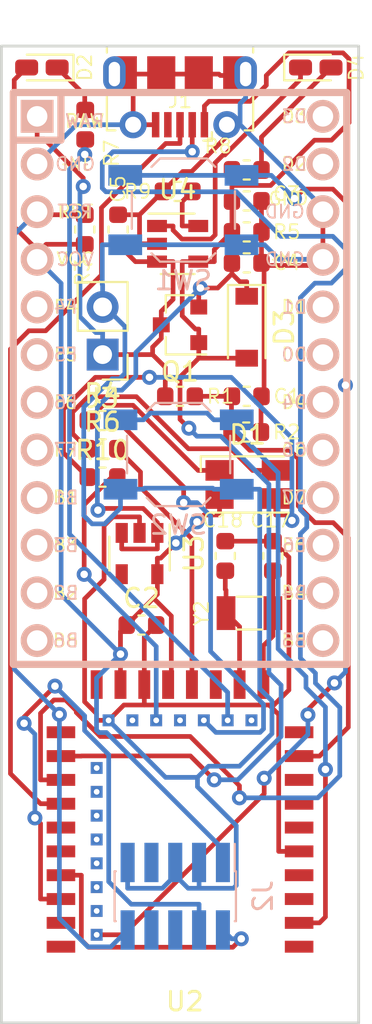
<source format=kicad_pcb>
(kicad_pcb (version 20171130) (host pcbnew "(5.1.2)-2")

  (general
    (thickness 1.6)
    (drawings 5)
    (tracks 471)
    (zones 0)
    (modules 32)
    (nets 27)
  )

  (page A4)
  (layers
    (0 F.Cu signal)
    (31 B.Cu signal)
    (32 B.Adhes user)
    (33 F.Adhes user)
    (34 B.Paste user)
    (35 F.Paste user)
    (36 B.SilkS user hide)
    (37 F.SilkS user hide)
    (38 B.Mask user hide)
    (39 F.Mask user hide)
    (40 Dwgs.User user hide)
    (41 Cmts.User user hide)
    (42 Eco1.User user hide)
    (43 Eco2.User user hide)
    (44 Edge.Cuts user)
    (45 Margin user hide)
    (46 B.CrtYd user)
    (47 F.CrtYd user hide)
    (48 B.Fab user)
    (49 F.Fab user)
  )

  (setup
    (last_trace_width 0.25)
    (user_trace_width 0.1524)
    (trace_clearance 0.2)
    (zone_clearance 0.508)
    (zone_45_only no)
    (trace_min 0.1524)
    (via_size 0.8)
    (via_drill 0.4)
    (via_min_size 0.4)
    (via_min_drill 0.3)
    (uvia_size 0.3)
    (uvia_drill 0.1)
    (uvias_allowed no)
    (uvia_min_size 0.2)
    (uvia_min_drill 0.1)
    (edge_width 0.15)
    (segment_width 0.2)
    (pcb_text_width 0.3)
    (pcb_text_size 1.5 1.5)
    (mod_edge_width 0.15)
    (mod_text_size 1 1)
    (mod_text_width 0.15)
    (pad_size 1.524 1.524)
    (pad_drill 0.762)
    (pad_to_mask_clearance 0.2)
    (aux_axis_origin 0 0)
    (visible_elements 7FFFFFFF)
    (pcbplotparams
      (layerselection 0x010fc_ffffffff)
      (usegerberextensions false)
      (usegerberattributes false)
      (usegerberadvancedattributes false)
      (creategerberjobfile false)
      (excludeedgelayer true)
      (linewidth 0.100000)
      (plotframeref false)
      (viasonmask false)
      (mode 1)
      (useauxorigin false)
      (hpglpennumber 1)
      (hpglpenspeed 20)
      (hpglpendiameter 15.000000)
      (psnegative false)
      (psa4output false)
      (plotreference true)
      (plotvalue true)
      (plotinvisibletext false)
      (padsonsilk false)
      (subtractmaskfromsilk false)
      (outputformat 1)
      (mirror false)
      (drillshape 1)
      (scaleselection 1)
      (outputdirectory ""))
  )

  (net 0 "")
  (net 1 /P0.31)
  (net 2 GND)
  (net 3 VDD)
  (net 4 /VBus)
  (net 5 "Net-(C4-Pad1)")
  (net 6 /VBatt)
  (net 7 "Net-(C17-Pad1)")
  (net 8 "Net-(C18-Pad1)")
  (net 9 "Net-(D2-Pad1)")
  (net 10 "Net-(D4-Pad2)")
  (net 11 "Net-(D4-Pad1)")
  (net 12 /D-)
  (net 13 /D+)
  (net 14 /SWDIO)
  (net 15 /SWDCLK)
  (net 16 /RESET)
  (net 17 /LED1)
  (net 18 "Net-(R9-Pad1)")
  (net 19 /LED2G)
  (net 20 /LED2B)
  (net 21 /LED2R)
  (net 22 "Net-(D1-Pad1)")
  (net 23 "Net-(D1-Pad2)")
  (net 24 "Net-(D1-Pad3)")
  (net 25 /SW1)
  (net 26 /P1.10)

  (net_class Default "This is the default net class."
    (clearance 0.2)
    (trace_width 0.25)
    (via_dia 0.8)
    (via_drill 0.4)
    (uvia_dia 0.3)
    (uvia_drill 0.1)
    (add_net /D+)
    (add_net /D-)
    (add_net /LED1)
    (add_net /LED2B)
    (add_net /LED2G)
    (add_net /LED2R)
    (add_net /P0.31)
    (add_net /P1.10)
    (add_net /RESET)
    (add_net /SW1)
    (add_net /SWDCLK)
    (add_net /SWDIO)
    (add_net /VBatt)
    (add_net /VBus)
    (add_net GND)
    (add_net "Net-(C17-Pad1)")
    (add_net "Net-(C18-Pad1)")
    (add_net "Net-(C4-Pad1)")
    (add_net "Net-(D1-Pad1)")
    (add_net "Net-(D1-Pad2)")
    (add_net "Net-(D1-Pad3)")
    (add_net "Net-(D2-Pad1)")
    (add_net "Net-(D4-Pad1)")
    (add_net "Net-(D4-Pad2)")
    (add_net "Net-(R9-Pad1)")
    (add_net VDD)
  )

  (module footprints:SW_TACT_ALPS_SKQGABE010 (layer B.Cu) (tedit 596E092A) (tstamp 5C3A5903)
    (at 136.704 83.6718)
    (descr "Low-profile SMD Tactile Switch, https://www.e-switch.com/system/asset/product_line/data_sheet/165/TL3342.pdf")
    (tags "SPST Tactile Switch")
    (path /5C37C8D1)
    (attr smd)
    (fp_text reference SW1 (at 0 3.75) (layer B.SilkS)
      (effects (font (size 1 1) (thickness 0.15)) (justify mirror))
    )
    (fp_text value DFU (at 0 -3.75) (layer B.Fab)
      (effects (font (size 1 1) (thickness 0.15)) (justify mirror))
    )
    (fp_circle (center 0 0) (end 1 0) (layer B.Fab) (width 0.1))
    (fp_line (start -4.25 -3) (end -4.25 3) (layer B.CrtYd) (width 0.05))
    (fp_line (start 4.25 -3) (end -4.25 -3) (layer B.CrtYd) (width 0.05))
    (fp_line (start 4.25 3) (end 4.25 -3) (layer B.CrtYd) (width 0.05))
    (fp_line (start -4.25 3) (end 4.25 3) (layer B.CrtYd) (width 0.05))
    (fp_line (start -1.2 2.6) (end -2.6 1.2) (layer B.Fab) (width 0.1))
    (fp_line (start 1.2 2.6) (end -1.2 2.6) (layer B.Fab) (width 0.1))
    (fp_line (start 2.6 1.2) (end 1.2 2.6) (layer B.Fab) (width 0.1))
    (fp_line (start 2.6 -1.2) (end 2.6 1.2) (layer B.Fab) (width 0.1))
    (fp_line (start 1.2 -2.6) (end 2.6 -1.2) (layer B.Fab) (width 0.1))
    (fp_line (start -1.2 -2.6) (end 1.2 -2.6) (layer B.Fab) (width 0.1))
    (fp_line (start -2.6 -1.2) (end -1.2 -2.6) (layer B.Fab) (width 0.1))
    (fp_line (start -2.6 1.2) (end -2.6 -1.2) (layer B.Fab) (width 0.1))
    (fp_line (start -1.25 2.75) (end 1.25 2.75) (layer B.SilkS) (width 0.12))
    (fp_line (start -2.75 1) (end -2.75 -1) (layer B.SilkS) (width 0.12))
    (fp_line (start -1.25 -2.75) (end 1.25 -2.75) (layer B.SilkS) (width 0.12))
    (fp_line (start 2.75 1) (end 2.75 -1) (layer B.SilkS) (width 0.12))
    (fp_line (start -2 -1) (end -2 1) (layer B.Fab) (width 0.1))
    (fp_line (start -1 -2) (end -2 -1) (layer B.Fab) (width 0.1))
    (fp_line (start 1 -2) (end -1 -2) (layer B.Fab) (width 0.1))
    (fp_line (start 2 -1) (end 1 -2) (layer B.Fab) (width 0.1))
    (fp_line (start 2 1) (end 2 -1) (layer B.Fab) (width 0.1))
    (fp_line (start 1 2) (end 2 1) (layer B.Fab) (width 0.1))
    (fp_line (start -1 2) (end 1 2) (layer B.Fab) (width 0.1))
    (fp_line (start -2 1) (end -1 2) (layer B.Fab) (width 0.1))
    (fp_line (start -1.7 2.3) (end -1.25 2.75) (layer B.SilkS) (width 0.12))
    (fp_line (start 1.7 2.3) (end 1.25 2.75) (layer B.SilkS) (width 0.12))
    (fp_line (start 1.7 -2.3) (end 1.25 -2.75) (layer B.SilkS) (width 0.12))
    (fp_line (start -1.7 -2.3) (end -1.25 -2.75) (layer B.SilkS) (width 0.12))
    (fp_line (start 3.2 -1.6) (end 2.2 -1.6) (layer B.Fab) (width 0.1))
    (fp_line (start 2.7 -2.1) (end 2.7 -1.6) (layer B.Fab) (width 0.1))
    (fp_line (start 1.7 -2.1) (end 3.2 -2.1) (layer B.Fab) (width 0.1))
    (fp_line (start -1.7 -2.1) (end -3.2 -2.1) (layer B.Fab) (width 0.1))
    (fp_line (start -3.2 -1.6) (end -2.2 -1.6) (layer B.Fab) (width 0.1))
    (fp_line (start -2.7 -2.1) (end -2.7 -1.6) (layer B.Fab) (width 0.1))
    (fp_line (start -3.2 1.6) (end -2.2 1.6) (layer B.Fab) (width 0.1))
    (fp_line (start -1.7 2.1) (end -3.2 2.1) (layer B.Fab) (width 0.1))
    (fp_line (start -2.7 2.1) (end -2.7 1.6) (layer B.Fab) (width 0.1))
    (fp_line (start 3.2 1.6) (end 2.2 1.6) (layer B.Fab) (width 0.1))
    (fp_line (start 1.7 2.1) (end 3.2 2.1) (layer B.Fab) (width 0.1))
    (fp_line (start 2.7 2.1) (end 2.7 1.6) (layer B.Fab) (width 0.1))
    (fp_line (start -3.2 2.1) (end -3.2 1.6) (layer B.Fab) (width 0.1))
    (fp_line (start -3.2 -2.1) (end -3.2 -1.6) (layer B.Fab) (width 0.1))
    (fp_line (start 3.2 2.1) (end 3.2 1.6) (layer B.Fab) (width 0.1))
    (fp_line (start 3.2 -2.1) (end 3.2 -1.6) (layer B.Fab) (width 0.1))
    (fp_text user %R (at 0 3.75) (layer B.Fab)
      (effects (font (size 1 1) (thickness 0.15)) (justify mirror))
    )
    (fp_line (start -4 1.3) (end -4 -1.3) (layer Eco1.User) (width 0.1))
    (fp_line (start -4 -1.3) (end -1 -1.3) (layer Eco1.User) (width 0.1))
    (fp_line (start -1 -1.3) (end -1 1.3) (layer Eco1.User) (width 0.1))
    (fp_line (start -1 1.3) (end -4 1.3) (layer Eco1.User) (width 0.1))
    (fp_line (start 4 1.3) (end 1 1.3) (layer Eco1.User) (width 0.1))
    (fp_line (start 1 1.3) (end 1 -1.3) (layer Eco1.User) (width 0.1))
    (fp_line (start 1 -1.3) (end 4 -1.3) (layer Eco1.User) (width 0.1))
    (fp_line (start 4 -1.3) (end 4 1.3) (layer Eco1.User) (width 0.1))
    (fp_line (start -3.8 1.3) (end -1.2 -1.3) (layer Eco1.User) (width 0.1))
    (fp_line (start -3.4 1.3) (end -1 -1.1) (layer Eco1.User) (width 0.1))
    (fp_line (start -1.6 -1.3) (end -4 1.1) (layer Eco1.User) (width 0.1))
    (fp_line (start -4 0.7) (end -2 -1.3) (layer Eco1.User) (width 0.1))
    (fp_line (start -2.4 -1.3) (end -4 0.3) (layer Eco1.User) (width 0.1))
    (fp_line (start -4 -0.1) (end -2.8 -1.3) (layer Eco1.User) (width 0.1))
    (fp_line (start -3.2 -1.3) (end -4 -0.5) (layer Eco1.User) (width 0.1))
    (fp_line (start -4 -0.9) (end -3.6 -1.3) (layer Eco1.User) (width 0.1))
    (fp_line (start -1 -0.7) (end -3 1.3) (layer Eco1.User) (width 0.1))
    (fp_line (start -2.6 1.3) (end -1 -0.3) (layer Eco1.User) (width 0.1))
    (fp_line (start -1 0.1) (end -2.2 1.3) (layer Eco1.User) (width 0.1))
    (fp_line (start -1.8 1.3) (end -1 0.5) (layer Eco1.User) (width 0.1))
    (fp_line (start -1 0.9) (end -1.4 1.3) (layer Eco1.User) (width 0.1))
    (fp_line (start 1.2 1.3) (end 3.8 -1.3) (layer Eco1.User) (width 0.1))
    (fp_line (start 1 1.1) (end 3.4 -1.3) (layer Eco1.User) (width 0.1))
    (fp_line (start 3 -1.3) (end 1 0.7) (layer Eco1.User) (width 0.1))
    (fp_line (start 2.6 -1.3) (end 1 0.3) (layer Eco1.User) (width 0.1))
    (fp_line (start 1 -0.1) (end 2.2 -1.3) (layer Eco1.User) (width 0.1))
    (fp_line (start 1.8 -1.3) (end 1 -0.5) (layer Eco1.User) (width 0.1))
    (fp_line (start 1 -0.9) (end 1.4 -1.3) (layer Eco1.User) (width 0.1))
    (fp_line (start 1.6 1.3) (end 4 -1.1) (layer Eco1.User) (width 0.1))
    (fp_line (start 4 -0.7) (end 2 1.3) (layer Eco1.User) (width 0.1))
    (fp_line (start 2.4 1.3) (end 4 -0.3) (layer Eco1.User) (width 0.1))
    (fp_line (start 4 0.1) (end 2.8 1.3) (layer Eco1.User) (width 0.1))
    (fp_line (start 3.2 1.3) (end 4 0.5) (layer Eco1.User) (width 0.1))
    (fp_line (start 4 0.9) (end 3.6 1.3) (layer Eco1.User) (width 0.1))
    (pad 2 smd rect (at 3.1 -1.85) (size 1.8 1.1) (layers B.Cu B.Paste B.Mask)
      (net 25 /SW1))
    (pad 2 smd rect (at -3.1 -1.85) (size 1.8 1.1) (layers B.Cu B.Paste B.Mask)
      (net 25 /SW1))
    (pad 1 smd rect (at 3.1 1.85) (size 1.8 1.1) (layers B.Cu B.Paste B.Mask)
      (net 2 GND))
    (pad 1 smd rect (at -3.1 1.85) (size 1.8 1.1) (layers B.Cu B.Paste B.Mask)
      (net 2 GND))
    (model ${KISYS3DMOD}/Buttons_Switches_SMD.3dshapes/SW_SPST_TL3342.wrl
      (at (xyz 0 0 0))
      (scale (xyz 1 1 1))
      (rotate (xyz 0 0 0))
    )
  )

  (module footprints:Pro_Micro (layer F.Cu) (tedit 5C187582) (tstamp 5C3045AC)
    (at 136.525 91.1225)
    (path /5C1A0F31)
    (fp_text reference U1 (at 0.508 -14.732) (layer Eco1.User)
      (effects (font (size 1.27 1.524) (thickness 0.2032)))
    )
    (fp_text value ProMicro (at 0 1.524 90) (layer F.SilkS) hide
      (effects (font (size 1.27 1.524) (thickness 0.2032)))
    )
    (fp_line (start -6.35 -11.176) (end -8.89 -11.176) (layer B.SilkS) (width 0.381))
    (fp_line (start -6.35 -13.716) (end -6.35 -11.176) (layer B.SilkS) (width 0.381))
    (fp_line (start 8.89 16.764) (end 8.89 -13.716) (layer B.SilkS) (width 0.381))
    (fp_line (start -8.89 16.764) (end 8.89 16.764) (layer B.SilkS) (width 0.381))
    (fp_line (start -8.89 -13.716) (end -8.89 16.764) (layer B.SilkS) (width 0.381))
    (fp_line (start 8.89 -13.716) (end -8.89 -13.716) (layer B.SilkS) (width 0.381))
    (fp_text user RAW (at -5.08 -12.192) (layer B.SilkS)
      (effects (font (size 0.7 0.7) (thickness 0.1)) (justify mirror))
    )
    (fp_text user GND (at -5.588 -9.906) (layer B.SilkS)
      (effects (font (size 0.7 0.7) (thickness 0.1)) (justify mirror))
    )
    (fp_text user RST (at -5.588 -7.366) (layer B.SilkS)
      (effects (font (size 0.7 0.7) (thickness 0.1)) (justify mirror))
    )
    (fp_text user VCC (at -5.588 -4.826) (layer B.SilkS)
      (effects (font (size 0.7 0.7) (thickness 0.1)) (justify mirror))
    )
    (fp_text user F4 (at -6.096 -2.286) (layer B.SilkS)
      (effects (font (size 0.7 0.7) (thickness 0.1)) (justify mirror))
    )
    (fp_text user F5 (at -6.096 0.254) (layer B.SilkS)
      (effects (font (size 0.7 0.7) (thickness 0.1)) (justify mirror))
    )
    (fp_text user F7 (at -6.096 5.334) (layer B.SilkS)
      (effects (font (size 0.7 0.7) (thickness 0.1)) (justify mirror))
    )
    (fp_text user F6 (at -6.096 2.794) (layer B.SilkS)
      (effects (font (size 0.7 0.7) (thickness 0.1)) (justify mirror))
    )
    (fp_text user B1 (at -6.096 7.874) (layer B.SilkS)
      (effects (font (size 0.7 0.7) (thickness 0.1)) (justify mirror))
    )
    (fp_text user B3 (at -6.096 10.414) (layer B.SilkS)
      (effects (font (size 0.7 0.7) (thickness 0.1)) (justify mirror))
    )
    (fp_text user B2 (at -6.096 12.954) (layer B.SilkS)
      (effects (font (size 0.7 0.7) (thickness 0.1)) (justify mirror))
    )
    (fp_text user B6 (at -6.096 15.494) (layer B.SilkS)
      (effects (font (size 0.7 0.7) (thickness 0.1)) (justify mirror))
    )
    (fp_text user D3 (at 6.096 -12.446) (layer B.SilkS)
      (effects (font (size 0.7 0.7) (thickness 0.1)) (justify mirror))
    )
    (fp_text user D2 (at 6.096 -9.906) (layer B.SilkS)
      (effects (font (size 0.7 0.7) (thickness 0.1)) (justify mirror))
    )
    (fp_text user GND (at 5.588 -7.366) (layer B.SilkS)
      (effects (font (size 0.7 0.7) (thickness 0.1)) (justify mirror))
    )
    (fp_text user GND (at 5.588 -4.826) (layer B.SilkS)
      (effects (font (size 0.7 0.7) (thickness 0.1)) (justify mirror))
    )
    (fp_text user D1 (at 6.096 -2.286) (layer B.SilkS)
      (effects (font (size 0.7 0.7) (thickness 0.1)) (justify mirror))
    )
    (fp_text user D0 (at 6.096 0.254) (layer B.SilkS)
      (effects (font (size 0.7 0.7) (thickness 0.1)) (justify mirror))
    )
    (fp_text user D4 (at 6.096 2.794) (layer B.SilkS)
      (effects (font (size 0.7 0.7) (thickness 0.1)) (justify mirror))
    )
    (fp_text user C6 (at 6.096 5.334) (layer B.SilkS)
      (effects (font (size 0.7 0.7) (thickness 0.1)) (justify mirror))
    )
    (fp_text user D7 (at 6.096 7.874) (layer B.SilkS)
      (effects (font (size 0.7 0.7) (thickness 0.1)) (justify mirror))
    )
    (fp_text user E6 (at 6.096 10.414) (layer B.SilkS)
      (effects (font (size 0.7 0.7) (thickness 0.1)) (justify mirror))
    )
    (fp_text user B4 (at 6.096 12.954) (layer B.SilkS)
      (effects (font (size 0.7 0.7) (thickness 0.1)) (justify mirror))
    )
    (fp_text user B5 (at 6.096 15.494) (layer B.SilkS)
      (effects (font (size 0.7 0.7) (thickness 0.1)) (justify mirror))
    )
    (fp_text user B5 (at 6.096 15.494) (layer F.SilkS)
      (effects (font (size 0.7 0.7) (thickness 0.1)))
    )
    (fp_text user B4 (at 6.096 12.954) (layer F.SilkS)
      (effects (font (size 0.7 0.7) (thickness 0.1)))
    )
    (fp_text user E6 (at 6.096 10.414) (layer F.SilkS)
      (effects (font (size 0.7 0.7) (thickness 0.1)))
    )
    (fp_text user D7 (at 6.096 7.874) (layer F.SilkS)
      (effects (font (size 0.7 0.7) (thickness 0.1)))
    )
    (fp_text user C6 (at 6.096 5.334) (layer F.SilkS)
      (effects (font (size 0.7 0.7) (thickness 0.1)))
    )
    (fp_text user D4 (at 6.096 2.794) (layer F.SilkS)
      (effects (font (size 0.7 0.7) (thickness 0.1)))
    )
    (fp_text user D0 (at 6.096 0.254) (layer F.SilkS)
      (effects (font (size 0.7 0.7) (thickness 0.1)))
    )
    (fp_text user D1 (at 6.096 -2.286) (layer F.SilkS)
      (effects (font (size 0.7 0.7) (thickness 0.1)))
    )
    (fp_text user GND (at 5.588 -4.826) (layer F.SilkS)
      (effects (font (size 0.7 0.7) (thickness 0.1)))
    )
    (fp_text user GND (at 5.778499 -8.064501) (layer F.SilkS)
      (effects (font (size 0.7 0.7) (thickness 0.1)))
    )
    (fp_text user D2 (at 6.096 -9.906) (layer F.SilkS)
      (effects (font (size 0.7 0.7) (thickness 0.1)))
    )
    (fp_text user D3 (at 6.096 -12.446) (layer F.SilkS)
      (effects (font (size 0.7 0.7) (thickness 0.1)))
    )
    (fp_text user B6 (at -6.096 15.494) (layer F.SilkS)
      (effects (font (size 0.7 0.7) (thickness 0.1)))
    )
    (fp_text user B2 (at -6.096 12.954) (layer F.SilkS)
      (effects (font (size 0.7 0.7) (thickness 0.1)))
    )
    (fp_text user B3 (at -6.096 10.414) (layer F.SilkS)
      (effects (font (size 0.7 0.7) (thickness 0.1)))
    )
    (fp_text user B1 (at -6.096 7.874) (layer F.SilkS)
      (effects (font (size 0.7 0.7) (thickness 0.1)))
    )
    (fp_text user F6 (at -6.096 2.794) (layer F.SilkS)
      (effects (font (size 0.7 0.7) (thickness 0.1)))
    )
    (fp_text user F7 (at -6.096 5.334) (layer F.SilkS)
      (effects (font (size 0.7 0.7) (thickness 0.1)))
    )
    (fp_text user F5 (at -6.096 0.254) (layer F.SilkS)
      (effects (font (size 0.7 0.7) (thickness 0.1)))
    )
    (fp_text user F4 (at -6.096 -2.286) (layer F.SilkS)
      (effects (font (size 0.7 0.7) (thickness 0.1)))
    )
    (fp_text user VCC (at -5.588 -4.826) (layer F.SilkS)
      (effects (font (size 0.7 0.7) (thickness 0.1)))
    )
    (fp_text user RST (at -5.588 -7.366) (layer F.SilkS)
      (effects (font (size 0.7 0.7) (thickness 0.1)))
    )
    (fp_text user GND (at -5.588 -9.906) (layer F.SilkS)
      (effects (font (size 0.7 0.7) (thickness 0.1)))
    )
    (fp_text user RAW (at -5.08 -12.192) (layer F.SilkS)
      (effects (font (size 0.7 0.7) (thickness 0.1)))
    )
    (fp_line (start 8.89 -13.716) (end -8.89 -13.716) (layer F.SilkS) (width 0.381))
    (fp_line (start -8.89 -13.716) (end -8.89 16.764) (layer F.SilkS) (width 0.381))
    (fp_line (start -8.89 16.764) (end 8.89 16.764) (layer F.SilkS) (width 0.381))
    (fp_line (start 8.89 16.764) (end 8.89 -13.716) (layer F.SilkS) (width 0.381))
    (fp_line (start -6.35 -13.716) (end -6.35 -11.176) (layer F.SilkS) (width 0.381))
    (fp_line (start -6.35 -11.176) (end -8.89 -11.176) (layer F.SilkS) (width 0.381))
    (pad 1 thru_hole rect (at -7.62 -12.446 270) (size 1.7526 1.7526) (drill 1.0922) (layers *.Cu *.SilkS *.Mask)
      (net 6 /VBatt))
    (pad 2 thru_hole circle (at -7.62 -9.906 270) (size 1.7526 1.7526) (drill 1.0922) (layers *.Cu *.SilkS *.Mask)
      (net 2 GND))
    (pad 3 thru_hole circle (at -7.62 -7.366 270) (size 1.7526 1.7526) (drill 1.0922) (layers *.Cu *.SilkS *.Mask)
      (net 16 /RESET))
    (pad 4 thru_hole circle (at -7.62 -4.826 270) (size 1.7526 1.7526) (drill 1.0922) (layers *.Cu *.SilkS *.Mask)
      (net 3 VDD))
    (pad 5 thru_hole circle (at -7.62 -2.286 270) (size 1.7526 1.7526) (drill 1.0922) (layers *.Cu *.SilkS *.Mask))
    (pad 6 thru_hole circle (at -7.62 0.254 270) (size 1.7526 1.7526) (drill 1.0922) (layers *.Cu *.SilkS *.Mask))
    (pad 7 thru_hole circle (at -7.62 2.794 270) (size 1.7526 1.7526) (drill 1.0922) (layers *.Cu *.SilkS *.Mask))
    (pad 8 thru_hole circle (at -7.62 5.334 270) (size 1.7526 1.7526) (drill 1.0922) (layers *.Cu *.SilkS *.Mask))
    (pad 9 thru_hole circle (at -7.62 7.874 270) (size 1.7526 1.7526) (drill 1.0922) (layers *.Cu *.SilkS *.Mask))
    (pad 10 thru_hole circle (at -7.62 10.414 270) (size 1.7526 1.7526) (drill 1.0922) (layers *.Cu *.SilkS *.Mask))
    (pad 11 thru_hole circle (at -7.62 12.954 270) (size 1.7526 1.7526) (drill 1.0922) (layers *.Cu *.SilkS *.Mask))
    (pad 12 thru_hole circle (at -7.62 15.494 270) (size 1.7526 1.7526) (drill 1.0922) (layers *.Cu *.SilkS *.Mask))
    (pad 24 thru_hole circle (at 7.62 15.494 270) (size 1.7526 1.7526) (drill 1.0922) (layers *.Cu *.SilkS *.Mask))
    (pad 23 thru_hole circle (at 7.62 12.954 270) (size 1.7526 1.7526) (drill 1.0922) (layers *.Cu *.SilkS *.Mask))
    (pad 22 thru_hole circle (at 7.62 10.414 270) (size 1.7526 1.7526) (drill 1.0922) (layers *.Cu *.SilkS *.Mask))
    (pad 21 thru_hole circle (at 7.62 7.874 270) (size 1.7526 1.7526) (drill 1.0922) (layers *.Cu *.SilkS *.Mask))
    (pad 20 thru_hole circle (at 7.62 5.334 270) (size 1.7526 1.7526) (drill 1.0922) (layers *.Cu *.SilkS *.Mask))
    (pad 19 thru_hole circle (at 7.62 2.794 270) (size 1.7526 1.7526) (drill 1.0922) (layers *.Cu *.SilkS *.Mask))
    (pad 18 thru_hole circle (at 7.62 0.254 270) (size 1.7526 1.7526) (drill 1.0922) (layers *.Cu *.SilkS *.Mask))
    (pad 17 thru_hole circle (at 7.62 -2.286 270) (size 1.7526 1.7526) (drill 1.0922) (layers *.Cu *.SilkS *.Mask))
    (pad 16 thru_hole circle (at 7.62 -4.826 270) (size 1.7526 1.7526) (drill 1.0922) (layers *.Cu *.SilkS *.Mask)
      (net 2 GND))
    (pad 15 thru_hole circle (at 7.62 -7.366 270) (size 1.7526 1.7526) (drill 1.0922) (layers *.Cu *.SilkS *.Mask)
      (net 2 GND))
    (pad 14 thru_hole circle (at 7.62 -9.906 270) (size 1.7526 1.7526) (drill 1.0922) (layers *.Cu *.SilkS *.Mask))
    (pad 13 thru_hole circle (at 7.62 -12.446 270) (size 1.7526 1.7526) (drill 1.0922) (layers *.Cu *.SilkS *.Mask))
  )

  (module Connector_PinSocket_1.27mm:PinSocket_2x05_P1.27mm_Vertical_SMD (layer B.Cu) (tedit 5A19A429) (tstamp 5C3044A6)
    (at 136.271 120.247 90)
    (descr "surface-mounted straight socket strip, 2x05, 1.27mm pitch, double cols (from Kicad 4.0.7!), script generated")
    (tags "Surface mounted socket strip SMD 2x05 1.27mm double row")
    (path /5C19315A)
    (attr smd)
    (fp_text reference J2 (at 0 4.675 90) (layer B.SilkS)
      (effects (font (size 1 1) (thickness 0.15)) (justify mirror))
    )
    (fp_text value "SWD Header" (at 0 -4.675 90) (layer B.Fab)
      (effects (font (size 1 1) (thickness 0.15)) (justify mirror))
    )
    (fp_line (start -1.33 3.235) (end 1.33 3.235) (layer B.SilkS) (width 0.12))
    (fp_line (start 1.33 3.235) (end 1.33 3.175) (layer B.SilkS) (width 0.12))
    (fp_line (start 1.33 -3.175) (end 1.33 -3.235) (layer B.SilkS) (width 0.12))
    (fp_line (start -1.33 -3.235) (end 1.33 -3.235) (layer B.SilkS) (width 0.12))
    (fp_line (start -1.33 3.235) (end -1.33 3.175) (layer B.SilkS) (width 0.12))
    (fp_line (start -1.33 -3.175) (end -1.33 -3.235) (layer B.SilkS) (width 0.12))
    (fp_line (start 1.33 3.175) (end 2.79 3.175) (layer B.SilkS) (width 0.12))
    (fp_line (start -1.27 3.175) (end 0.635 3.175) (layer B.Fab) (width 0.1))
    (fp_line (start 0.635 3.175) (end 1.27 2.54) (layer B.Fab) (width 0.1))
    (fp_line (start 1.27 2.54) (end 1.27 -3.175) (layer B.Fab) (width 0.1))
    (fp_line (start 1.27 -3.175) (end -1.27 -3.175) (layer B.Fab) (width 0.1))
    (fp_line (start -1.27 -3.175) (end -1.27 3.175) (layer B.Fab) (width 0.1))
    (fp_line (start -2.555 2.74) (end -1.27 2.74) (layer B.Fab) (width 0.1))
    (fp_line (start -1.27 2.34) (end -2.555 2.34) (layer B.Fab) (width 0.1))
    (fp_line (start -2.555 2.34) (end -2.555 2.74) (layer B.Fab) (width 0.1))
    (fp_line (start 1.27 2.74) (end 2.555 2.74) (layer B.Fab) (width 0.1))
    (fp_line (start 2.555 2.74) (end 2.555 2.34) (layer B.Fab) (width 0.1))
    (fp_line (start 2.555 2.34) (end 1.27 2.34) (layer B.Fab) (width 0.1))
    (fp_line (start -2.555 1.47) (end -1.27 1.47) (layer B.Fab) (width 0.1))
    (fp_line (start -1.27 1.07) (end -2.555 1.07) (layer B.Fab) (width 0.1))
    (fp_line (start -2.555 1.07) (end -2.555 1.47) (layer B.Fab) (width 0.1))
    (fp_line (start 1.27 1.47) (end 2.555 1.47) (layer B.Fab) (width 0.1))
    (fp_line (start 2.555 1.47) (end 2.555 1.07) (layer B.Fab) (width 0.1))
    (fp_line (start 2.555 1.07) (end 1.27 1.07) (layer B.Fab) (width 0.1))
    (fp_line (start -2.555 0.2) (end -1.27 0.2) (layer B.Fab) (width 0.1))
    (fp_line (start -1.27 -0.2) (end -2.555 -0.2) (layer B.Fab) (width 0.1))
    (fp_line (start -2.555 -0.2) (end -2.555 0.2) (layer B.Fab) (width 0.1))
    (fp_line (start 1.27 0.2) (end 2.555 0.2) (layer B.Fab) (width 0.1))
    (fp_line (start 2.555 0.2) (end 2.555 -0.2) (layer B.Fab) (width 0.1))
    (fp_line (start 2.555 -0.2) (end 1.27 -0.2) (layer B.Fab) (width 0.1))
    (fp_line (start -2.555 -1.07) (end -1.27 -1.07) (layer B.Fab) (width 0.1))
    (fp_line (start -1.27 -1.47) (end -2.555 -1.47) (layer B.Fab) (width 0.1))
    (fp_line (start -2.555 -1.47) (end -2.555 -1.07) (layer B.Fab) (width 0.1))
    (fp_line (start 1.27 -1.07) (end 2.555 -1.07) (layer B.Fab) (width 0.1))
    (fp_line (start 2.555 -1.07) (end 2.555 -1.47) (layer B.Fab) (width 0.1))
    (fp_line (start 2.555 -1.47) (end 1.27 -1.47) (layer B.Fab) (width 0.1))
    (fp_line (start -2.555 -2.34) (end -1.27 -2.34) (layer B.Fab) (width 0.1))
    (fp_line (start -1.27 -2.74) (end -2.555 -2.74) (layer B.Fab) (width 0.1))
    (fp_line (start -2.555 -2.74) (end -2.555 -2.34) (layer B.Fab) (width 0.1))
    (fp_line (start 1.27 -2.34) (end 2.555 -2.34) (layer B.Fab) (width 0.1))
    (fp_line (start 2.555 -2.34) (end 2.555 -2.74) (layer B.Fab) (width 0.1))
    (fp_line (start 2.555 -2.74) (end 1.27 -2.74) (layer B.Fab) (width 0.1))
    (fp_line (start -3.35 3.7) (end 3.35 3.7) (layer B.CrtYd) (width 0.05))
    (fp_line (start 3.35 3.7) (end 3.35 -3.65) (layer B.CrtYd) (width 0.05))
    (fp_line (start 3.35 -3.65) (end -3.35 -3.65) (layer B.CrtYd) (width 0.05))
    (fp_line (start -3.35 -3.65) (end -3.35 3.7) (layer B.CrtYd) (width 0.05))
    (fp_text user %R (at 0 0) (layer B.Fab)
      (effects (font (size 1 1) (thickness 0.15)) (justify mirror))
    )
    (pad 1 smd rect (at 1.8 2.54 90) (size 2.1 0.75) (layers B.Cu B.Paste B.Mask)
      (net 3 VDD))
    (pad 2 smd rect (at -1.8 2.54 90) (size 2.1 0.75) (layers B.Cu B.Paste B.Mask)
      (net 14 /SWDIO))
    (pad 3 smd rect (at 1.8 1.27 90) (size 2.1 0.75) (layers B.Cu B.Paste B.Mask)
      (net 2 GND))
    (pad 4 smd rect (at -1.8 1.27 90) (size 2.1 0.75) (layers B.Cu B.Paste B.Mask)
      (net 15 /SWDCLK))
    (pad 5 smd rect (at 1.8 0 90) (size 2.1 0.75) (layers B.Cu B.Paste B.Mask)
      (net 2 GND))
    (pad 6 smd rect (at -1.8 0 90) (size 2.1 0.75) (layers B.Cu B.Paste B.Mask))
    (pad 7 smd rect (at 1.8 -1.27 90) (size 2.1 0.75) (layers B.Cu B.Paste B.Mask))
    (pad 8 smd rect (at -1.8 -1.27 90) (size 2.1 0.75) (layers B.Cu B.Paste B.Mask))
    (pad 9 smd rect (at 1.8 -2.54 90) (size 2.1 0.75) (layers B.Cu B.Paste B.Mask)
      (net 2 GND))
    (pad 10 smd rect (at -1.8 -2.54 90) (size 2.1 0.75) (layers B.Cu B.Paste B.Mask)
      (net 16 /RESET))
    (model ${KISYS3DMOD}/Connector_PinSocket_1.27mm.3dshapes/PinSocket_2x05_P1.27mm_Vertical_SMD.wrl
      (at (xyz 0 0 0))
      (scale (xyz 1 1 1))
      (rotate (xyz 0 0 0))
    )
  )

  (module LED_SMD:LED_0603_1608Metric_Castellated (layer F.Cu) (tedit 5C19D5D0) (tstamp 5C2DB78B)
    (at 129.159 76.073 180)
    (descr "LED SMD 0603 (1608 Metric), castellated end terminal, IPC_7351 nominal, (Body size source: http://www.tortai-tech.com/upload/download/2011102023233369053.pdf), generated with kicad-footprint-generator")
    (tags "LED castellated")
    (path /5C18C24A)
    (attr smd)
    (fp_text reference D2 (at -2.286 0 270) (layer F.SilkS)
      (effects (font (size 0.75 0.75) (thickness 0.1)))
    )
    (fp_text value LED (at 0 1.38 180) (layer F.Fab)
      (effects (font (size 1 1) (thickness 0.15)))
    )
    (fp_line (start 0.8 -0.4) (end -0.5 -0.4) (layer F.Fab) (width 0.1))
    (fp_line (start -0.5 -0.4) (end -0.8 -0.1) (layer F.Fab) (width 0.1))
    (fp_line (start -0.8 -0.1) (end -0.8 0.4) (layer F.Fab) (width 0.1))
    (fp_line (start -0.8 0.4) (end 0.8 0.4) (layer F.Fab) (width 0.1))
    (fp_line (start 0.8 0.4) (end 0.8 -0.4) (layer F.Fab) (width 0.1))
    (fp_line (start 0.8 -0.685) (end -1.685 -0.685) (layer F.SilkS) (width 0.12))
    (fp_line (start -1.685 -0.685) (end -1.685 0.685) (layer F.SilkS) (width 0.12))
    (fp_line (start -1.685 0.685) (end 0.8 0.685) (layer F.SilkS) (width 0.12))
    (fp_line (start -1.68 0.68) (end -1.68 -0.68) (layer F.CrtYd) (width 0.05))
    (fp_line (start -1.68 -0.68) (end 1.68 -0.68) (layer F.CrtYd) (width 0.05))
    (fp_line (start 1.68 -0.68) (end 1.68 0.68) (layer F.CrtYd) (width 0.05))
    (fp_line (start 1.68 0.68) (end -1.68 0.68) (layer F.CrtYd) (width 0.05))
    (fp_text user %R (at 0 0 180) (layer F.Fab)
      (effects (font (size 0.4 0.4) (thickness 0.06)))
    )
    (pad 1 smd roundrect (at -0.8125 0 180) (size 1.225 0.85) (layers F.Cu F.Paste F.Mask) (roundrect_rratio 0.25)
      (net 9 "Net-(D2-Pad1)"))
    (pad 2 smd roundrect (at 0.8125 0 180) (size 1.225 0.85) (layers F.Cu F.Paste F.Mask) (roundrect_rratio 0.25)
      (net 3 VDD))
    (model ${KISYS3DMOD}/LED_SMD.3dshapes/LED_0603_1608Metric_Castellated.wrl
      (at (xyz 0 0 0))
      (scale (xyz 1 1 1))
      (rotate (xyz 0 0 0))
    )
  )

  (module Diode_SMD:D_SOD-123 (layer F.Cu) (tedit 58645DC7) (tstamp 5C30442D)
    (at 140.081 89.917 270)
    (descr SOD-123)
    (tags SOD-123)
    (path /5C1E2D0A)
    (attr smd)
    (fp_text reference D3 (at 0 -2 270) (layer F.SilkS)
      (effects (font (size 1 1) (thickness 0.15)))
    )
    (fp_text value D_Schottky (at 0 2.1 270) (layer F.Fab)
      (effects (font (size 1 1) (thickness 0.15)))
    )
    (fp_text user %R (at 0 -2 270) (layer F.Fab)
      (effects (font (size 1 1) (thickness 0.15)))
    )
    (fp_line (start -2.25 -1) (end -2.25 1) (layer F.SilkS) (width 0.12))
    (fp_line (start 0.25 0) (end 0.75 0) (layer F.Fab) (width 0.1))
    (fp_line (start 0.25 0.4) (end -0.35 0) (layer F.Fab) (width 0.1))
    (fp_line (start 0.25 -0.4) (end 0.25 0.4) (layer F.Fab) (width 0.1))
    (fp_line (start -0.35 0) (end 0.25 -0.4) (layer F.Fab) (width 0.1))
    (fp_line (start -0.35 0) (end -0.35 0.55) (layer F.Fab) (width 0.1))
    (fp_line (start -0.35 0) (end -0.35 -0.55) (layer F.Fab) (width 0.1))
    (fp_line (start -0.75 0) (end -0.35 0) (layer F.Fab) (width 0.1))
    (fp_line (start -1.4 0.9) (end -1.4 -0.9) (layer F.Fab) (width 0.1))
    (fp_line (start 1.4 0.9) (end -1.4 0.9) (layer F.Fab) (width 0.1))
    (fp_line (start 1.4 -0.9) (end 1.4 0.9) (layer F.Fab) (width 0.1))
    (fp_line (start -1.4 -0.9) (end 1.4 -0.9) (layer F.Fab) (width 0.1))
    (fp_line (start -2.35 -1.15) (end 2.35 -1.15) (layer F.CrtYd) (width 0.05))
    (fp_line (start 2.35 -1.15) (end 2.35 1.15) (layer F.CrtYd) (width 0.05))
    (fp_line (start 2.35 1.15) (end -2.35 1.15) (layer F.CrtYd) (width 0.05))
    (fp_line (start -2.35 -1.15) (end -2.35 1.15) (layer F.CrtYd) (width 0.05))
    (fp_line (start -2.25 1) (end 1.65 1) (layer F.SilkS) (width 0.12))
    (fp_line (start -2.25 -1) (end 1.65 -1) (layer F.SilkS) (width 0.12))
    (pad 1 smd rect (at -1.65 0 270) (size 0.9 1.2) (layers F.Cu F.Paste F.Mask)
      (net 5 "Net-(C4-Pad1)"))
    (pad 2 smd rect (at 1.65 0 270) (size 0.9 1.2) (layers F.Cu F.Paste F.Mask)
      (net 4 /VBus))
    (model ${KISYS3DMOD}/Diode_SMD.3dshapes/D_SOD-123.wrl
      (at (xyz 0 0 0))
      (scale (xyz 1 1 1))
      (rotate (xyz 0 0 0))
    )
  )

  (module LED_SMD:LED_0603_1608Metric_Castellated (layer F.Cu) (tedit 5C19D5DD) (tstamp 5C304440)
    (at 143.764 76.073)
    (descr "LED SMD 0603 (1608 Metric), castellated end terminal, IPC_7351 nominal, (Body size source: http://www.tortai-tech.com/upload/download/2011102023233369053.pdf), generated with kicad-footprint-generator")
    (tags "LED castellated")
    (path /5C1B974D)
    (attr smd)
    (fp_text reference D4 (at 2.159 0 90) (layer F.SilkS)
      (effects (font (size 0.75 0.75) (thickness 0.1)))
    )
    (fp_text value LED (at 0 1.38) (layer F.Fab)
      (effects (font (size 1 1) (thickness 0.15)))
    )
    (fp_text user %R (at 0 0) (layer F.Fab)
      (effects (font (size 0.4 0.4) (thickness 0.06)))
    )
    (fp_line (start 1.68 0.68) (end -1.68 0.68) (layer F.CrtYd) (width 0.05))
    (fp_line (start 1.68 -0.68) (end 1.68 0.68) (layer F.CrtYd) (width 0.05))
    (fp_line (start -1.68 -0.68) (end 1.68 -0.68) (layer F.CrtYd) (width 0.05))
    (fp_line (start -1.68 0.68) (end -1.68 -0.68) (layer F.CrtYd) (width 0.05))
    (fp_line (start -1.685 0.685) (end 0.8 0.685) (layer F.SilkS) (width 0.12))
    (fp_line (start -1.685 -0.685) (end -1.685 0.685) (layer F.SilkS) (width 0.12))
    (fp_line (start 0.8 -0.685) (end -1.685 -0.685) (layer F.SilkS) (width 0.12))
    (fp_line (start 0.8 0.4) (end 0.8 -0.4) (layer F.Fab) (width 0.1))
    (fp_line (start -0.8 0.4) (end 0.8 0.4) (layer F.Fab) (width 0.1))
    (fp_line (start -0.8 -0.1) (end -0.8 0.4) (layer F.Fab) (width 0.1))
    (fp_line (start -0.5 -0.4) (end -0.8 -0.1) (layer F.Fab) (width 0.1))
    (fp_line (start 0.8 -0.4) (end -0.5 -0.4) (layer F.Fab) (width 0.1))
    (pad 2 smd roundrect (at 0.8125 0) (size 1.225 0.85) (layers F.Cu F.Paste F.Mask) (roundrect_rratio 0.25)
      (net 10 "Net-(D4-Pad2)"))
    (pad 1 smd roundrect (at -0.8125 0) (size 1.225 0.85) (layers F.Cu F.Paste F.Mask) (roundrect_rratio 0.25)
      (net 11 "Net-(D4-Pad1)"))
    (model ${KISYS3DMOD}/LED_SMD.3dshapes/LED_0603_1608Metric_Castellated.wrl
      (at (xyz 0 0 0))
      (scale (xyz 1 1 1))
      (rotate (xyz 0 0 0))
    )
  )

  (module Connector_USB:USB_Micro-B_Molex-105017-0001 (layer F.Cu) (tedit 5C2D48AA) (tstamp 5C2DB4F4)
    (at 136.525 77.6605 180)
    (descr http://www.molex.com/pdm_docs/sd/1050170001_sd.pdf)
    (tags "Micro-USB SMD Typ-B")
    (path /5C185656)
    (attr smd)
    (fp_text reference J1 (at 0 -0.1905 180) (layer F.SilkS)
      (effects (font (size 0.75 0.75) (thickness 0.1)))
    )
    (fp_text value USB_B_Micro (at 0.3 4.3375 180) (layer F.Fab)
      (effects (font (size 1 1) (thickness 0.15)))
    )
    (fp_text user "PCB Edge" (at 0 2.6875 180) (layer Dwgs.User)
      (effects (font (size 0.5 0.5) (thickness 0.08)))
    )
    (fp_text user %R (at 0 0.8875 180) (layer F.Fab)
      (effects (font (size 1 1) (thickness 0.15)))
    )
    (fp_line (start -4.4 3.64) (end 4.4 3.64) (layer F.CrtYd) (width 0.05))
    (fp_line (start 4.4 -2.46) (end 4.4 3.64) (layer F.CrtYd) (width 0.05))
    (fp_line (start -4.4 -2.46) (end 4.4 -2.46) (layer F.CrtYd) (width 0.05))
    (fp_line (start -4.4 3.64) (end -4.4 -2.46) (layer F.CrtYd) (width 0.05))
    (fp_line (start -3.9 -1.7625) (end -3.45 -1.7625) (layer F.SilkS) (width 0.12))
    (fp_line (start -3.9 0.0875) (end -3.9 -1.7625) (layer F.SilkS) (width 0.12))
    (fp_line (start 3.9 2.6375) (end 3.9 2.3875) (layer F.SilkS) (width 0.12))
    (fp_line (start 3.75 3.3875) (end 3.75 -1.6125) (layer F.Fab) (width 0.1))
    (fp_line (start -3 2.689204) (end 3 2.689204) (layer F.Fab) (width 0.1))
    (fp_line (start -3.75 3.389204) (end 3.75 3.389204) (layer F.Fab) (width 0.1))
    (fp_line (start -3.75 -1.6125) (end 3.75 -1.6125) (layer F.Fab) (width 0.1))
    (fp_line (start -3.75 3.3875) (end -3.75 -1.6125) (layer F.Fab) (width 0.1))
    (fp_line (start -3.9 2.6375) (end -3.9 2.3875) (layer F.SilkS) (width 0.12))
    (fp_line (start 3.9 0.0875) (end 3.9 -1.7625) (layer F.SilkS) (width 0.12))
    (fp_line (start 3.9 -1.7625) (end 3.45 -1.7625) (layer F.SilkS) (width 0.12))
    (fp_line (start -1.7 -2.3125) (end -1.25 -2.3125) (layer F.SilkS) (width 0.12))
    (fp_line (start -1.7 -2.3125) (end -1.7 -1.8625) (layer F.SilkS) (width 0.12))
    (fp_line (start -1.3 -1.7125) (end -1.5 -1.9125) (layer F.Fab) (width 0.1))
    (fp_line (start -1.1 -1.9125) (end -1.3 -1.7125) (layer F.Fab) (width 0.1))
    (fp_line (start -1.5 -2.1225) (end -1.1 -2.1225) (layer F.Fab) (width 0.1))
    (fp_line (start -1.5 -2.1225) (end -1.5 -1.9125) (layer F.Fab) (width 0.1))
    (fp_line (start -1.1 -2.1225) (end -1.1 -1.9125) (layer F.Fab) (width 0.1))
    (pad 6 smd rect (at 1 1.2375 180) (size 1.5 1.9) (layers F.Cu F.Paste F.Mask)
      (net 2 GND))
    (pad 6 thru_hole circle (at -2.5 -1.4625 180) (size 1.45 1.45) (drill 0.85) (layers *.Cu *.Mask)
      (net 2 GND))
    (pad 2 smd rect (at -0.65 -1.4625 180) (size 0.4 1.35) (layers F.Cu F.Paste F.Mask)
      (net 12 /D-))
    (pad 1 smd rect (at -1.3 -1.4625 180) (size 0.4 1.35) (layers F.Cu F.Paste F.Mask)
      (net 4 /VBus))
    (pad 5 smd rect (at 1.3 -1.4625 180) (size 0.4 1.35) (layers F.Cu F.Paste F.Mask)
      (net 2 GND))
    (pad 4 smd rect (at 0.65 -1.4625 180) (size 0.4 1.35) (layers F.Cu F.Paste F.Mask))
    (pad 3 smd rect (at 0 -1.4625 180) (size 0.4 1.35) (layers F.Cu F.Paste F.Mask)
      (net 13 /D+))
    (pad 6 thru_hole circle (at 2.5 -1.4625 180) (size 1.45 1.45) (drill 0.85) (layers *.Cu *.Mask)
      (net 2 GND))
    (pad 6 smd rect (at -1 1.2375 180) (size 1.5 1.9) (layers F.Cu F.Paste F.Mask)
      (net 2 GND))
    (pad 6 thru_hole oval (at -3.5 1.2375) (size 1.2 1.9) (drill oval 0.6 1.3) (layers *.Cu *.Mask)
      (net 2 GND))
    (pad 6 thru_hole oval (at 3.5 1.2375 180) (size 1.2 1.9) (drill oval 0.6 1.3) (layers *.Cu *.Mask)
      (net 2 GND))
    (pad 6 smd rect (at 2.9 1.2375 180) (size 1.2 1.9) (layers F.Cu F.Mask)
      (net 2 GND))
    (pad 6 smd rect (at -2.9 1.2375 180) (size 1.2 1.9) (layers F.Cu F.Mask)
      (net 2 GND))
    (model ${KISYS3DMOD}/Connector_USB.3dshapes/USB_Micro-B_Molex-105017-0001.wrl
      (at (xyz 0 0 0))
      (scale (xyz 1 1 1))
      (rotate (xyz 0 0 0))
    )
  )

  (module Package_TO_SOT_SMD:SOT-23 (layer F.Cu) (tedit 5A02FF57) (tstamp 5C305473)
    (at 136.525 89.789 180)
    (descr "SOT-23, Standard")
    (tags SOT-23)
    (path /5C1E2C4C)
    (attr smd)
    (fp_text reference Q1 (at 0 -2.5 180) (layer F.SilkS)
      (effects (font (size 1 1) (thickness 0.15)))
    )
    (fp_text value TP0610T (at 0 2.5 180) (layer F.Fab)
      (effects (font (size 1 1) (thickness 0.15)))
    )
    (fp_text user %R (at 0 0 -90) (layer F.Fab)
      (effects (font (size 0.5 0.5) (thickness 0.075)))
    )
    (fp_line (start -0.7 -0.95) (end -0.7 1.5) (layer F.Fab) (width 0.1))
    (fp_line (start -0.15 -1.52) (end 0.7 -1.52) (layer F.Fab) (width 0.1))
    (fp_line (start -0.7 -0.95) (end -0.15 -1.52) (layer F.Fab) (width 0.1))
    (fp_line (start 0.7 -1.52) (end 0.7 1.52) (layer F.Fab) (width 0.1))
    (fp_line (start -0.7 1.52) (end 0.7 1.52) (layer F.Fab) (width 0.1))
    (fp_line (start 0.76 1.58) (end 0.76 0.65) (layer F.SilkS) (width 0.12))
    (fp_line (start 0.76 -1.58) (end 0.76 -0.65) (layer F.SilkS) (width 0.12))
    (fp_line (start -1.7 -1.75) (end 1.7 -1.75) (layer F.CrtYd) (width 0.05))
    (fp_line (start 1.7 -1.75) (end 1.7 1.75) (layer F.CrtYd) (width 0.05))
    (fp_line (start 1.7 1.75) (end -1.7 1.75) (layer F.CrtYd) (width 0.05))
    (fp_line (start -1.7 1.75) (end -1.7 -1.75) (layer F.CrtYd) (width 0.05))
    (fp_line (start 0.76 -1.58) (end -1.4 -1.58) (layer F.SilkS) (width 0.12))
    (fp_line (start 0.76 1.58) (end -0.7 1.58) (layer F.SilkS) (width 0.12))
    (pad 1 smd rect (at -1 -0.95 180) (size 0.9 0.8) (layers F.Cu F.Paste F.Mask)
      (net 4 /VBus))
    (pad 2 smd rect (at -1 0.95 180) (size 0.9 0.8) (layers F.Cu F.Paste F.Mask)
      (net 5 "Net-(C4-Pad1)"))
    (pad 3 smd rect (at 1 0 180) (size 0.9 0.8) (layers F.Cu F.Paste F.Mask)
      (net 6 /VBatt))
    (model ${KISYS3DMOD}/Package_TO_SOT_SMD.3dshapes/SOT-23.wrl
      (at (xyz 0 0 0))
      (scale (xyz 1 1 1))
      (rotate (xyz 0 0 0))
    )
  )

  (module Package_TO_SOT_SMD:SOT-23-5 (layer F.Cu) (tedit 5A02FF57) (tstamp 5C3045C1)
    (at 134.366 101.981 270)
    (descr "5-pin SOT23 package")
    (tags SOT-23-5)
    (path /5C1854E4)
    (attr smd)
    (fp_text reference U3 (at 0 -2.9 270) (layer F.SilkS)
      (effects (font (size 1 1) (thickness 0.15)))
    )
    (fp_text value AP2112K-3.3 (at 0 2.9 270) (layer F.Fab)
      (effects (font (size 1 1) (thickness 0.15)))
    )
    (fp_text user %R (at 0 0) (layer F.Fab)
      (effects (font (size 0.5 0.5) (thickness 0.075)))
    )
    (fp_line (start -0.9 1.61) (end 0.9 1.61) (layer F.SilkS) (width 0.12))
    (fp_line (start 0.9 -1.61) (end -1.55 -1.61) (layer F.SilkS) (width 0.12))
    (fp_line (start -1.9 -1.8) (end 1.9 -1.8) (layer F.CrtYd) (width 0.05))
    (fp_line (start 1.9 -1.8) (end 1.9 1.8) (layer F.CrtYd) (width 0.05))
    (fp_line (start 1.9 1.8) (end -1.9 1.8) (layer F.CrtYd) (width 0.05))
    (fp_line (start -1.9 1.8) (end -1.9 -1.8) (layer F.CrtYd) (width 0.05))
    (fp_line (start -0.9 -0.9) (end -0.25 -1.55) (layer F.Fab) (width 0.1))
    (fp_line (start 0.9 -1.55) (end -0.25 -1.55) (layer F.Fab) (width 0.1))
    (fp_line (start -0.9 -0.9) (end -0.9 1.55) (layer F.Fab) (width 0.1))
    (fp_line (start 0.9 1.55) (end -0.9 1.55) (layer F.Fab) (width 0.1))
    (fp_line (start 0.9 -1.55) (end 0.9 1.55) (layer F.Fab) (width 0.1))
    (pad 1 smd rect (at -1.1 -0.95 270) (size 1.06 0.65) (layers F.Cu F.Paste F.Mask)
      (net 5 "Net-(C4-Pad1)"))
    (pad 2 smd rect (at -1.1 0 270) (size 1.06 0.65) (layers F.Cu F.Paste F.Mask)
      (net 2 GND))
    (pad 3 smd rect (at -1.1 0.95 270) (size 1.06 0.65) (layers F.Cu F.Paste F.Mask)
      (net 5 "Net-(C4-Pad1)"))
    (pad 4 smd rect (at 1.1 0.95 270) (size 1.06 0.65) (layers F.Cu F.Paste F.Mask))
    (pad 5 smd rect (at 1.1 -0.95 270) (size 1.06 0.65) (layers F.Cu F.Paste F.Mask)
      (net 3 VDD))
    (model ${KISYS3DMOD}/Package_TO_SOT_SMD.3dshapes/SOT-23-5.wrl
      (at (xyz 0 0 0))
      (scale (xyz 1 1 1))
      (rotate (xyz 0 0 0))
    )
  )

  (module Package_TO_SOT_SMD:SOT-23-5 (layer F.Cu) (tedit 5A02FF57) (tstamp 5C3045D6)
    (at 136.398 85.471)
    (descr "5-pin SOT23 package")
    (tags SOT-23-5)
    (path /5C1B35AA)
    (attr smd)
    (fp_text reference U4 (at 0 -2.9) (layer F.SilkS)
      (effects (font (size 1 1) (thickness 0.15)))
    )
    (fp_text value TP4054ST (at 0 2.9) (layer F.Fab)
      (effects (font (size 1 1) (thickness 0.15)))
    )
    (fp_line (start 0.9 -1.55) (end 0.9 1.55) (layer F.Fab) (width 0.1))
    (fp_line (start 0.9 1.55) (end -0.9 1.55) (layer F.Fab) (width 0.1))
    (fp_line (start -0.9 -0.9) (end -0.9 1.55) (layer F.Fab) (width 0.1))
    (fp_line (start 0.9 -1.55) (end -0.25 -1.55) (layer F.Fab) (width 0.1))
    (fp_line (start -0.9 -0.9) (end -0.25 -1.55) (layer F.Fab) (width 0.1))
    (fp_line (start -1.9 1.8) (end -1.9 -1.8) (layer F.CrtYd) (width 0.05))
    (fp_line (start 1.9 1.8) (end -1.9 1.8) (layer F.CrtYd) (width 0.05))
    (fp_line (start 1.9 -1.8) (end 1.9 1.8) (layer F.CrtYd) (width 0.05))
    (fp_line (start -1.9 -1.8) (end 1.9 -1.8) (layer F.CrtYd) (width 0.05))
    (fp_line (start 0.9 -1.61) (end -1.55 -1.61) (layer F.SilkS) (width 0.12))
    (fp_line (start -0.9 1.61) (end 0.9 1.61) (layer F.SilkS) (width 0.12))
    (fp_text user %R (at 0 0 -270) (layer F.Fab)
      (effects (font (size 0.5 0.5) (thickness 0.075)))
    )
    (pad 5 smd rect (at 1.1 -0.95) (size 1.06 0.65) (layers F.Cu F.Paste F.Mask)
      (net 18 "Net-(R9-Pad1)"))
    (pad 4 smd rect (at 1.1 0.95) (size 1.06 0.65) (layers F.Cu F.Paste F.Mask)
      (net 4 /VBus))
    (pad 3 smd rect (at -1.1 0.95) (size 1.06 0.65) (layers F.Cu F.Paste F.Mask)
      (net 6 /VBatt))
    (pad 2 smd rect (at -1.1 0) (size 1.06 0.65) (layers F.Cu F.Paste F.Mask)
      (net 2 GND))
    (pad 1 smd rect (at -1.1 -0.95) (size 1.06 0.65) (layers F.Cu F.Paste F.Mask)
      (net 11 "Net-(D4-Pad1)"))
    (model ${KISYS3DMOD}/Package_TO_SOT_SMD.3dshapes/SOT-23-5.wrl
      (at (xyz 0 0 0))
      (scale (xyz 1 1 1))
      (rotate (xyz 0 0 0))
    )
  )

  (module Crystal:Crystal_SMD_3215-2Pin_3.2x1.5mm (layer F.Cu) (tedit 5C19D488) (tstamp 5C3045E7)
    (at 140.228 105.156)
    (descr "SMD Crystal FC-135 https://support.epson.biz/td/api/doc_check.php?dl=brief_FC-135R_en.pdf")
    (tags "SMD SMT Crystal")
    (path /5C1858BC)
    (attr smd)
    (fp_text reference Y2 (at -2.56 0 90) (layer F.SilkS)
      (effects (font (size 0.75 0.75) (thickness 0.1)))
    )
    (fp_text value 32.768kHz (at 0 2) (layer F.Fab)
      (effects (font (size 1 1) (thickness 0.15)))
    )
    (fp_text user %R (at 0 -2) (layer F.Fab)
      (effects (font (size 1 1) (thickness 0.15)))
    )
    (fp_line (start -2 -1.15) (end 2 -1.15) (layer F.CrtYd) (width 0.05))
    (fp_line (start -1.6 -0.75) (end -1.6 0.75) (layer F.Fab) (width 0.1))
    (fp_line (start -0.675 0.875) (end 0.675 0.875) (layer F.SilkS) (width 0.12))
    (fp_line (start -0.675 -0.875) (end 0.675 -0.875) (layer F.SilkS) (width 0.12))
    (fp_line (start 1.6 -0.75) (end 1.6 0.75) (layer F.Fab) (width 0.1))
    (fp_line (start -1.6 -0.75) (end 1.6 -0.75) (layer F.Fab) (width 0.1))
    (fp_line (start -1.6 0.75) (end 1.6 0.75) (layer F.Fab) (width 0.1))
    (fp_line (start -2 1.15) (end 2 1.15) (layer F.CrtYd) (width 0.05))
    (fp_line (start -2 -1.15) (end -2 1.15) (layer F.CrtYd) (width 0.05))
    (fp_line (start 2 -1.15) (end 2 1.15) (layer F.CrtYd) (width 0.05))
    (pad 1 smd rect (at 1.25 0) (size 1 1.8) (layers F.Cu F.Paste F.Mask)
      (net 7 "Net-(C17-Pad1)"))
    (pad 2 smd rect (at -1.25 0) (size 1 1.8) (layers F.Cu F.Paste F.Mask)
      (net 8 "Net-(C18-Pad1)"))
    (model ${KISYS3DMOD}/Crystal.3dshapes/Crystal_SMD_3215-2Pin_3.2x1.5mm.wrl
      (at (xyz 0 0 0))
      (scale (xyz 1 1 1))
      (rotate (xyz 0 0 0))
    )
  )

  (module Capacitor_SMD:C_0603_1608Metric (layer F.Cu) (tedit 5C19D420) (tstamp 5C3C680D)
    (at 140.081 93.599)
    (descr "Capacitor SMD 0603 (1608 Metric), square (rectangular) end terminal, IPC_7351 nominal, (Body size source: http://www.tortai-tech.com/upload/download/2011102023233369053.pdf), generated with kicad-footprint-generator")
    (tags capacitor)
    (path /5C188925)
    (attr smd)
    (fp_text reference C1 (at 2.159 0) (layer F.SilkS)
      (effects (font (size 0.75 0.75) (thickness 0.1)))
    )
    (fp_text value 1nF (at 0 1.43) (layer F.Fab)
      (effects (font (size 1 1) (thickness 0.15)))
    )
    (fp_line (start -0.8 0.4) (end -0.8 -0.4) (layer F.Fab) (width 0.1))
    (fp_line (start -0.8 -0.4) (end 0.8 -0.4) (layer F.Fab) (width 0.1))
    (fp_line (start 0.8 -0.4) (end 0.8 0.4) (layer F.Fab) (width 0.1))
    (fp_line (start 0.8 0.4) (end -0.8 0.4) (layer F.Fab) (width 0.1))
    (fp_line (start -0.162779 -0.51) (end 0.162779 -0.51) (layer F.SilkS) (width 0.12))
    (fp_line (start -0.162779 0.51) (end 0.162779 0.51) (layer F.SilkS) (width 0.12))
    (fp_line (start -1.48 0.73) (end -1.48 -0.73) (layer F.CrtYd) (width 0.05))
    (fp_line (start -1.48 -0.73) (end 1.48 -0.73) (layer F.CrtYd) (width 0.05))
    (fp_line (start 1.48 -0.73) (end 1.48 0.73) (layer F.CrtYd) (width 0.05))
    (fp_line (start 1.48 0.73) (end -1.48 0.73) (layer F.CrtYd) (width 0.05))
    (fp_text user %R (at 0 0) (layer F.Fab)
      (effects (font (size 0.4 0.4) (thickness 0.06)))
    )
    (pad 1 smd roundrect (at -0.7875 0) (size 0.875 0.95) (layers F.Cu F.Paste F.Mask) (roundrect_rratio 0.25)
      (net 1 /P0.31))
    (pad 2 smd roundrect (at 0.7875 0) (size 0.875 0.95) (layers F.Cu F.Paste F.Mask) (roundrect_rratio 0.25)
      (net 2 GND))
    (model ${KISYS3DMOD}/Capacitor_SMD.3dshapes/C_0603_1608Metric.wrl
      (at (xyz 0 0 0))
      (scale (xyz 1 1 1))
      (rotate (xyz 0 0 0))
    )
  )

  (module Capacitor_SMD:C_0603_1608Metric (layer F.Cu) (tedit 5B301BBE) (tstamp 5C3C6CD4)
    (at 134.468 105.791)
    (descr "Capacitor SMD 0603 (1608 Metric), square (rectangular) end terminal, IPC_7351 nominal, (Body size source: http://www.tortai-tech.com/upload/download/2011102023233369053.pdf), generated with kicad-footprint-generator")
    (tags capacitor)
    (path /5C1AA634)
    (attr smd)
    (fp_text reference C2 (at 0 -1.43) (layer F.SilkS)
      (effects (font (size 1 1) (thickness 0.15)))
    )
    (fp_text value 10uF (at 0 1.43) (layer F.Fab)
      (effects (font (size 1 1) (thickness 0.15)))
    )
    (fp_line (start -0.8 0.4) (end -0.8 -0.4) (layer F.Fab) (width 0.1))
    (fp_line (start -0.8 -0.4) (end 0.8 -0.4) (layer F.Fab) (width 0.1))
    (fp_line (start 0.8 -0.4) (end 0.8 0.4) (layer F.Fab) (width 0.1))
    (fp_line (start 0.8 0.4) (end -0.8 0.4) (layer F.Fab) (width 0.1))
    (fp_line (start -0.162779 -0.51) (end 0.162779 -0.51) (layer F.SilkS) (width 0.12))
    (fp_line (start -0.162779 0.51) (end 0.162779 0.51) (layer F.SilkS) (width 0.12))
    (fp_line (start -1.48 0.73) (end -1.48 -0.73) (layer F.CrtYd) (width 0.05))
    (fp_line (start -1.48 -0.73) (end 1.48 -0.73) (layer F.CrtYd) (width 0.05))
    (fp_line (start 1.48 -0.73) (end 1.48 0.73) (layer F.CrtYd) (width 0.05))
    (fp_line (start 1.48 0.73) (end -1.48 0.73) (layer F.CrtYd) (width 0.05))
    (fp_text user %R (at 0 0) (layer F.Fab)
      (effects (font (size 0.4 0.4) (thickness 0.06)))
    )
    (pad 1 smd roundrect (at -0.7875 0) (size 0.875 0.95) (layers F.Cu F.Paste F.Mask) (roundrect_rratio 0.25)
      (net 3 VDD))
    (pad 2 smd roundrect (at 0.7875 0) (size 0.875 0.95) (layers F.Cu F.Paste F.Mask) (roundrect_rratio 0.25)
      (net 2 GND))
    (model ${KISYS3DMOD}/Capacitor_SMD.3dshapes/C_0603_1608Metric.wrl
      (at (xyz 0 0 0))
      (scale (xyz 1 1 1))
      (rotate (xyz 0 0 0))
    )
  )

  (module Capacitor_SMD:C_0603_1608Metric (layer F.Cu) (tedit 5C19D34A) (tstamp 5C3C682D)
    (at 140.081 83.185)
    (descr "Capacitor SMD 0603 (1608 Metric), square (rectangular) end terminal, IPC_7351 nominal, (Body size source: http://www.tortai-tech.com/upload/download/2011102023233369053.pdf), generated with kicad-footprint-generator")
    (tags capacitor)
    (path /5C1E8A6A)
    (attr smd)
    (fp_text reference C3 (at 2.1335 -0.381) (layer F.SilkS)
      (effects (font (size 0.75 0.75) (thickness 0.1)))
    )
    (fp_text value 10uF (at 0.120999 1.43) (layer F.Fab)
      (effects (font (size 1 1) (thickness 0.15)))
    )
    (fp_line (start -0.8 0.4) (end -0.8 -0.4) (layer F.Fab) (width 0.1))
    (fp_line (start -0.8 -0.4) (end 0.8 -0.4) (layer F.Fab) (width 0.1))
    (fp_line (start 0.8 -0.4) (end 0.8 0.4) (layer F.Fab) (width 0.1))
    (fp_line (start 0.8 0.4) (end -0.8 0.4) (layer F.Fab) (width 0.1))
    (fp_line (start -0.162779 -0.51) (end 0.162779 -0.51) (layer F.SilkS) (width 0.12))
    (fp_line (start -0.162779 0.51) (end 0.162779 0.51) (layer F.SilkS) (width 0.12))
    (fp_line (start -1.48 0.73) (end -1.48 -0.73) (layer F.CrtYd) (width 0.05))
    (fp_line (start -1.48 -0.73) (end 1.48 -0.73) (layer F.CrtYd) (width 0.05))
    (fp_line (start 1.48 -0.73) (end 1.48 0.73) (layer F.CrtYd) (width 0.05))
    (fp_line (start 1.48 0.73) (end -1.48 0.73) (layer F.CrtYd) (width 0.05))
    (fp_text user %R (at 0 0) (layer F.Fab)
      (effects (font (size 0.4 0.4) (thickness 0.06)))
    )
    (pad 1 smd roundrect (at -0.7875 0) (size 0.875 0.95) (layers F.Cu F.Paste F.Mask) (roundrect_rratio 0.25)
      (net 4 /VBus))
    (pad 2 smd roundrect (at 0.7875 0) (size 0.875 0.95) (layers F.Cu F.Paste F.Mask) (roundrect_rratio 0.25)
      (net 2 GND))
    (model ${KISYS3DMOD}/Capacitor_SMD.3dshapes/C_0603_1608Metric.wrl
      (at (xyz 0 0 0))
      (scale (xyz 1 1 1))
      (rotate (xyz 0 0 0))
    )
  )

  (module Capacitor_SMD:C_0603_1608Metric (layer F.Cu) (tedit 5C19D41A) (tstamp 5C3C683D)
    (at 140.081 86.487)
    (descr "Capacitor SMD 0603 (1608 Metric), square (rectangular) end terminal, IPC_7351 nominal, (Body size source: http://www.tortai-tech.com/upload/download/2011102023233369053.pdf), generated with kicad-footprint-generator")
    (tags capacitor)
    (path /5C1E88DA)
    (attr smd)
    (fp_text reference C4 (at 2.1335 0) (layer F.SilkS)
      (effects (font (size 0.75 0.75) (thickness 0.1)))
    )
    (fp_text value 10uF (at 0 1.43) (layer F.Fab)
      (effects (font (size 1 1) (thickness 0.15)))
    )
    (fp_text user %R (at 0 0) (layer F.Fab)
      (effects (font (size 0.4 0.4) (thickness 0.06)))
    )
    (fp_line (start 1.48 0.73) (end -1.48 0.73) (layer F.CrtYd) (width 0.05))
    (fp_line (start 1.48 -0.73) (end 1.48 0.73) (layer F.CrtYd) (width 0.05))
    (fp_line (start -1.48 -0.73) (end 1.48 -0.73) (layer F.CrtYd) (width 0.05))
    (fp_line (start -1.48 0.73) (end -1.48 -0.73) (layer F.CrtYd) (width 0.05))
    (fp_line (start -0.162779 0.51) (end 0.162779 0.51) (layer F.SilkS) (width 0.12))
    (fp_line (start -0.162779 -0.51) (end 0.162779 -0.51) (layer F.SilkS) (width 0.12))
    (fp_line (start 0.8 0.4) (end -0.8 0.4) (layer F.Fab) (width 0.1))
    (fp_line (start 0.8 -0.4) (end 0.8 0.4) (layer F.Fab) (width 0.1))
    (fp_line (start -0.8 -0.4) (end 0.8 -0.4) (layer F.Fab) (width 0.1))
    (fp_line (start -0.8 0.4) (end -0.8 -0.4) (layer F.Fab) (width 0.1))
    (pad 2 smd roundrect (at 0.7875 0) (size 0.875 0.95) (layers F.Cu F.Paste F.Mask) (roundrect_rratio 0.25)
      (net 2 GND))
    (pad 1 smd roundrect (at -0.7875 0) (size 0.875 0.95) (layers F.Cu F.Paste F.Mask) (roundrect_rratio 0.25)
      (net 5 "Net-(C4-Pad1)"))
    (model ${KISYS3DMOD}/Capacitor_SMD.3dshapes/C_0603_1608Metric.wrl
      (at (xyz 0 0 0))
      (scale (xyz 1 1 1))
      (rotate (xyz 0 0 0))
    )
  )

  (module Capacitor_SMD:C_0603_1608Metric (layer F.Cu) (tedit 5C19D437) (tstamp 5C3C684D)
    (at 133.223 84.709 90)
    (descr "Capacitor SMD 0603 (1608 Metric), square (rectangular) end terminal, IPC_7351 nominal, (Body size source: http://www.tortai-tech.com/upload/download/2011102023233369053.pdf), generated with kicad-footprint-generator")
    (tags capacitor)
    (path /5C1B98B3)
    (attr smd)
    (fp_text reference C5 (at 2.159 0 90) (layer F.SilkS)
      (effects (font (size 0.75 0.75) (thickness 0.1)))
    )
    (fp_text value 10uF (at 0 1.43 90) (layer F.Fab)
      (effects (font (size 1 1) (thickness 0.15)))
    )
    (fp_line (start -0.8 0.4) (end -0.8 -0.4) (layer F.Fab) (width 0.1))
    (fp_line (start -0.8 -0.4) (end 0.8 -0.4) (layer F.Fab) (width 0.1))
    (fp_line (start 0.8 -0.4) (end 0.8 0.4) (layer F.Fab) (width 0.1))
    (fp_line (start 0.8 0.4) (end -0.8 0.4) (layer F.Fab) (width 0.1))
    (fp_line (start -0.162779 -0.51) (end 0.162779 -0.51) (layer F.SilkS) (width 0.12))
    (fp_line (start -0.162779 0.51) (end 0.162779 0.51) (layer F.SilkS) (width 0.12))
    (fp_line (start -1.48 0.73) (end -1.48 -0.73) (layer F.CrtYd) (width 0.05))
    (fp_line (start -1.48 -0.73) (end 1.48 -0.73) (layer F.CrtYd) (width 0.05))
    (fp_line (start 1.48 -0.73) (end 1.48 0.73) (layer F.CrtYd) (width 0.05))
    (fp_line (start 1.48 0.73) (end -1.48 0.73) (layer F.CrtYd) (width 0.05))
    (fp_text user %R (at 0 0 90) (layer F.Fab)
      (effects (font (size 0.4 0.4) (thickness 0.06)))
    )
    (pad 1 smd roundrect (at -0.7875 0 90) (size 0.875 0.95) (layers F.Cu F.Paste F.Mask) (roundrect_rratio 0.25)
      (net 6 /VBatt))
    (pad 2 smd roundrect (at 0.7875 0 90) (size 0.875 0.95) (layers F.Cu F.Paste F.Mask) (roundrect_rratio 0.25)
      (net 2 GND))
    (model ${KISYS3DMOD}/Capacitor_SMD.3dshapes/C_0603_1608Metric.wrl
      (at (xyz 0 0 0))
      (scale (xyz 1 1 1))
      (rotate (xyz 0 0 0))
    )
  )

  (module Capacitor_SMD:C_0603_1608Metric (layer F.Cu) (tedit 5C19D456) (tstamp 5D27A03A)
    (at 141.478 102.108 90)
    (descr "Capacitor SMD 0603 (1608 Metric), square (rectangular) end terminal, IPC_7351 nominal, (Body size source: http://www.tortai-tech.com/upload/download/2011102023233369053.pdf), generated with kicad-footprint-generator")
    (tags capacitor)
    (path /5C1859B2)
    (attr smd)
    (fp_text reference C17 (at 1.905 -0.127 180) (layer F.SilkS)
      (effects (font (size 0.75 0.75) (thickness 0.1)))
    )
    (fp_text value 12pF (at 0 1.43 90) (layer F.Fab)
      (effects (font (size 1 1) (thickness 0.15)))
    )
    (fp_text user %R (at 0 0 90) (layer F.Fab)
      (effects (font (size 0.4 0.4) (thickness 0.06)))
    )
    (fp_line (start 1.48 0.73) (end -1.48 0.73) (layer F.CrtYd) (width 0.05))
    (fp_line (start 1.48 -0.73) (end 1.48 0.73) (layer F.CrtYd) (width 0.05))
    (fp_line (start -1.48 -0.73) (end 1.48 -0.73) (layer F.CrtYd) (width 0.05))
    (fp_line (start -1.48 0.73) (end -1.48 -0.73) (layer F.CrtYd) (width 0.05))
    (fp_line (start -0.162779 0.51) (end 0.162779 0.51) (layer F.SilkS) (width 0.12))
    (fp_line (start -0.162779 -0.51) (end 0.162779 -0.51) (layer F.SilkS) (width 0.12))
    (fp_line (start 0.8 0.4) (end -0.8 0.4) (layer F.Fab) (width 0.1))
    (fp_line (start 0.8 -0.4) (end 0.8 0.4) (layer F.Fab) (width 0.1))
    (fp_line (start -0.8 -0.4) (end 0.8 -0.4) (layer F.Fab) (width 0.1))
    (fp_line (start -0.8 0.4) (end -0.8 -0.4) (layer F.Fab) (width 0.1))
    (pad 2 smd roundrect (at 0.7875 0 90) (size 0.875 0.95) (layers F.Cu F.Paste F.Mask) (roundrect_rratio 0.25)
      (net 2 GND))
    (pad 1 smd roundrect (at -0.7875 0 90) (size 0.875 0.95) (layers F.Cu F.Paste F.Mask) (roundrect_rratio 0.25)
      (net 7 "Net-(C17-Pad1)"))
    (model ${KISYS3DMOD}/Capacitor_SMD.3dshapes/C_0603_1608Metric.wrl
      (at (xyz 0 0 0))
      (scale (xyz 1 1 1))
      (rotate (xyz 0 0 0))
    )
  )

  (module Capacitor_SMD:C_0603_1608Metric (layer F.Cu) (tedit 5C19D46C) (tstamp 5C3C686D)
    (at 138.938 102.108 90)
    (descr "Capacitor SMD 0603 (1608 Metric), square (rectangular) end terminal, IPC_7351 nominal, (Body size source: http://www.tortai-tech.com/upload/download/2011102023233369053.pdf), generated with kicad-footprint-generator")
    (tags capacitor)
    (path /5C185A22)
    (attr smd)
    (fp_text reference C18 (at 1.905 -0.127 180) (layer F.SilkS)
      (effects (font (size 0.75 0.75) (thickness 0.1)))
    )
    (fp_text value 12pF (at 0 1.43 90) (layer F.Fab)
      (effects (font (size 1 1) (thickness 0.15)))
    )
    (fp_text user %R (at 0 0 90) (layer F.Fab)
      (effects (font (size 0.4 0.4) (thickness 0.06)))
    )
    (fp_line (start 1.48 0.73) (end -1.48 0.73) (layer F.CrtYd) (width 0.05))
    (fp_line (start 1.48 -0.73) (end 1.48 0.73) (layer F.CrtYd) (width 0.05))
    (fp_line (start -1.48 -0.73) (end 1.48 -0.73) (layer F.CrtYd) (width 0.05))
    (fp_line (start -1.48 0.73) (end -1.48 -0.73) (layer F.CrtYd) (width 0.05))
    (fp_line (start -0.162779 0.51) (end 0.162779 0.51) (layer F.SilkS) (width 0.12))
    (fp_line (start -0.162779 -0.51) (end 0.162779 -0.51) (layer F.SilkS) (width 0.12))
    (fp_line (start 0.8 0.4) (end -0.8 0.4) (layer F.Fab) (width 0.1))
    (fp_line (start 0.8 -0.4) (end 0.8 0.4) (layer F.Fab) (width 0.1))
    (fp_line (start -0.8 -0.4) (end 0.8 -0.4) (layer F.Fab) (width 0.1))
    (fp_line (start -0.8 0.4) (end -0.8 -0.4) (layer F.Fab) (width 0.1))
    (pad 2 smd roundrect (at 0.7875 0 90) (size 0.875 0.95) (layers F.Cu F.Paste F.Mask) (roundrect_rratio 0.25)
      (net 2 GND))
    (pad 1 smd roundrect (at -0.7875 0 90) (size 0.875 0.95) (layers F.Cu F.Paste F.Mask) (roundrect_rratio 0.25)
      (net 8 "Net-(C18-Pad1)"))
    (model ${KISYS3DMOD}/Capacitor_SMD.3dshapes/C_0603_1608Metric.wrl
      (at (xyz 0 0 0))
      (scale (xyz 1 1 1))
      (rotate (xyz 0 0 0))
    )
  )

  (module Resistor_SMD:R_0603_1608Metric (layer F.Cu) (tedit 5C19D430) (tstamp 5C3C687D)
    (at 136.525 93.599)
    (descr "Resistor SMD 0603 (1608 Metric), square (rectangular) end terminal, IPC_7351 nominal, (Body size source: http://www.tortai-tech.com/upload/download/2011102023233369053.pdf), generated with kicad-footprint-generator")
    (tags resistor)
    (path /5C18885D)
    (attr smd)
    (fp_text reference R1 (at 2.159 0) (layer F.SilkS)
      (effects (font (size 0.75 0.75) (thickness 0.1)))
    )
    (fp_text value 806k (at 0 1.43) (layer F.Fab)
      (effects (font (size 1 1) (thickness 0.15)))
    )
    (fp_text user %R (at 0 0) (layer F.Fab)
      (effects (font (size 0.4 0.4) (thickness 0.06)))
    )
    (fp_line (start 1.48 0.73) (end -1.48 0.73) (layer F.CrtYd) (width 0.05))
    (fp_line (start 1.48 -0.73) (end 1.48 0.73) (layer F.CrtYd) (width 0.05))
    (fp_line (start -1.48 -0.73) (end 1.48 -0.73) (layer F.CrtYd) (width 0.05))
    (fp_line (start -1.48 0.73) (end -1.48 -0.73) (layer F.CrtYd) (width 0.05))
    (fp_line (start -0.162779 0.51) (end 0.162779 0.51) (layer F.SilkS) (width 0.12))
    (fp_line (start -0.162779 -0.51) (end 0.162779 -0.51) (layer F.SilkS) (width 0.12))
    (fp_line (start 0.8 0.4) (end -0.8 0.4) (layer F.Fab) (width 0.1))
    (fp_line (start 0.8 -0.4) (end 0.8 0.4) (layer F.Fab) (width 0.1))
    (fp_line (start -0.8 -0.4) (end 0.8 -0.4) (layer F.Fab) (width 0.1))
    (fp_line (start -0.8 0.4) (end -0.8 -0.4) (layer F.Fab) (width 0.1))
    (pad 2 smd roundrect (at 0.7875 0) (size 0.875 0.95) (layers F.Cu F.Paste F.Mask) (roundrect_rratio 0.25)
      (net 1 /P0.31))
    (pad 1 smd roundrect (at -0.7875 0) (size 0.875 0.95) (layers F.Cu F.Paste F.Mask) (roundrect_rratio 0.25)
      (net 6 /VBatt))
    (model ${KISYS3DMOD}/Resistor_SMD.3dshapes/R_0603_1608Metric.wrl
      (at (xyz 0 0 0))
      (scale (xyz 1 1 1))
      (rotate (xyz 0 0 0))
    )
  )

  (module Resistor_SMD:R_0603_1608Metric (layer F.Cu) (tedit 5C19D429) (tstamp 5C3C688D)
    (at 140.056 95.504)
    (descr "Resistor SMD 0603 (1608 Metric), square (rectangular) end terminal, IPC_7351 nominal, (Body size source: http://www.tortai-tech.com/upload/download/2011102023233369053.pdf), generated with kicad-footprint-generator")
    (tags resistor)
    (path /5C1888F3)
    (attr smd)
    (fp_text reference R2 (at 2.159 0) (layer F.SilkS)
      (effects (font (size 0.75 0.75) (thickness 0.1)))
    )
    (fp_text value 2M (at 0 1.43) (layer F.Fab)
      (effects (font (size 1 1) (thickness 0.15)))
    )
    (fp_line (start -0.8 0.4) (end -0.8 -0.4) (layer F.Fab) (width 0.1))
    (fp_line (start -0.8 -0.4) (end 0.8 -0.4) (layer F.Fab) (width 0.1))
    (fp_line (start 0.8 -0.4) (end 0.8 0.4) (layer F.Fab) (width 0.1))
    (fp_line (start 0.8 0.4) (end -0.8 0.4) (layer F.Fab) (width 0.1))
    (fp_line (start -0.162779 -0.51) (end 0.162779 -0.51) (layer F.SilkS) (width 0.12))
    (fp_line (start -0.162779 0.51) (end 0.162779 0.51) (layer F.SilkS) (width 0.12))
    (fp_line (start -1.48 0.73) (end -1.48 -0.73) (layer F.CrtYd) (width 0.05))
    (fp_line (start -1.48 -0.73) (end 1.48 -0.73) (layer F.CrtYd) (width 0.05))
    (fp_line (start 1.48 -0.73) (end 1.48 0.73) (layer F.CrtYd) (width 0.05))
    (fp_line (start 1.48 0.73) (end -1.48 0.73) (layer F.CrtYd) (width 0.05))
    (fp_text user %R (at 0 0) (layer F.Fab)
      (effects (font (size 0.4 0.4) (thickness 0.06)))
    )
    (pad 1 smd roundrect (at -0.7875 0) (size 0.875 0.95) (layers F.Cu F.Paste F.Mask) (roundrect_rratio 0.25)
      (net 1 /P0.31))
    (pad 2 smd roundrect (at 0.7875 0) (size 0.875 0.95) (layers F.Cu F.Paste F.Mask) (roundrect_rratio 0.25)
      (net 2 GND))
    (model ${KISYS3DMOD}/Resistor_SMD.3dshapes/R_0603_1608Metric.wrl
      (at (xyz 0 0 0))
      (scale (xyz 1 1 1))
      (rotate (xyz 0 0 0))
    )
  )

  (module Resistor_SMD:R_0603_1608Metric (layer F.Cu) (tedit 5C19D377) (tstamp 5C3C68BD)
    (at 140.081 84.836)
    (descr "Resistor SMD 0603 (1608 Metric), square (rectangular) end terminal, IPC_7351 nominal, (Body size source: http://www.tortai-tech.com/upload/download/2011102023233369053.pdf), generated with kicad-footprint-generator")
    (tags resistor)
    (path /5C1E89B4)
    (attr smd)
    (fp_text reference R5 (at 2.1335 0) (layer F.SilkS)
      (effects (font (size 0.75 0.75) (thickness 0.1)))
    )
    (fp_text value 100k (at 0 1.905) (layer F.Fab)
      (effects (font (size 1 1) (thickness 0.15)))
    )
    (fp_line (start -0.8 0.4) (end -0.8 -0.4) (layer F.Fab) (width 0.1))
    (fp_line (start -0.8 -0.4) (end 0.8 -0.4) (layer F.Fab) (width 0.1))
    (fp_line (start 0.8 -0.4) (end 0.8 0.4) (layer F.Fab) (width 0.1))
    (fp_line (start 0.8 0.4) (end -0.8 0.4) (layer F.Fab) (width 0.1))
    (fp_line (start -0.162779 -0.51) (end 0.162779 -0.51) (layer F.SilkS) (width 0.12))
    (fp_line (start -0.162779 0.51) (end 0.162779 0.51) (layer F.SilkS) (width 0.12))
    (fp_line (start -1.48 0.73) (end -1.48 -0.73) (layer F.CrtYd) (width 0.05))
    (fp_line (start -1.48 -0.73) (end 1.48 -0.73) (layer F.CrtYd) (width 0.05))
    (fp_line (start 1.48 -0.73) (end 1.48 0.73) (layer F.CrtYd) (width 0.05))
    (fp_line (start 1.48 0.73) (end -1.48 0.73) (layer F.CrtYd) (width 0.05))
    (fp_text user %R (at 0 0) (layer F.Fab)
      (effects (font (size 0.4 0.4) (thickness 0.06)))
    )
    (pad 1 smd roundrect (at -0.7875 0) (size 0.875 0.95) (layers F.Cu F.Paste F.Mask) (roundrect_rratio 0.25)
      (net 4 /VBus))
    (pad 2 smd roundrect (at 0.7875 0) (size 0.875 0.95) (layers F.Cu F.Paste F.Mask) (roundrect_rratio 0.25)
      (net 2 GND))
    (model ${KISYS3DMOD}/Resistor_SMD.3dshapes/R_0603_1608Metric.wrl
      (at (xyz 0 0 0))
      (scale (xyz 1 1 1))
      (rotate (xyz 0 0 0))
    )
  )

  (module Resistor_SMD:R_0603_1608Metric (layer F.Cu) (tedit 5C2D4899) (tstamp 5C3C68DD)
    (at 131.4704 79.1209 270)
    (descr "Resistor SMD 0603 (1608 Metric), square (rectangular) end terminal, IPC_7351 nominal, (Body size source: http://www.tortai-tech.com/upload/download/2011102023233369053.pdf), generated with kicad-footprint-generator")
    (tags resistor)
    (path /5C18C34F)
    (attr smd)
    (fp_text reference R7 (at 1.524 -1.397 270) (layer F.SilkS)
      (effects (font (size 0.75 0.75) (thickness 0.1)))
    )
    (fp_text value 330 (at 0 1.905 270) (layer F.Fab)
      (effects (font (size 1 1) (thickness 0.15)))
    )
    (fp_text user %R (at 0 0 270) (layer F.Fab)
      (effects (font (size 0.4 0.4) (thickness 0.06)))
    )
    (fp_line (start 1.48 0.73) (end -1.48 0.73) (layer F.CrtYd) (width 0.05))
    (fp_line (start 1.48 -0.73) (end 1.48 0.73) (layer F.CrtYd) (width 0.05))
    (fp_line (start -1.48 -0.73) (end 1.48 -0.73) (layer F.CrtYd) (width 0.05))
    (fp_line (start -1.48 0.73) (end -1.48 -0.73) (layer F.CrtYd) (width 0.05))
    (fp_line (start -0.162779 0.51) (end 0.162779 0.51) (layer F.SilkS) (width 0.12))
    (fp_line (start -0.162779 -0.51) (end 0.162779 -0.51) (layer F.SilkS) (width 0.12))
    (fp_line (start 0.8 0.4) (end -0.8 0.4) (layer F.Fab) (width 0.1))
    (fp_line (start 0.8 -0.4) (end 0.8 0.4) (layer F.Fab) (width 0.1))
    (fp_line (start -0.8 -0.4) (end 0.8 -0.4) (layer F.Fab) (width 0.1))
    (fp_line (start -0.8 0.4) (end -0.8 -0.4) (layer F.Fab) (width 0.1))
    (pad 2 smd roundrect (at 0.7875 0 270) (size 0.875 0.95) (layers F.Cu F.Paste F.Mask) (roundrect_rratio 0.25)
      (net 17 /LED1))
    (pad 1 smd roundrect (at -0.7875 0 270) (size 0.875 0.95) (layers F.Cu F.Paste F.Mask) (roundrect_rratio 0.25)
      (net 9 "Net-(D2-Pad1)"))
    (model ${KISYS3DMOD}/Resistor_SMD.3dshapes/R_0603_1608Metric.wrl
      (at (xyz 0 0 0))
      (scale (xyz 1 1 1))
      (rotate (xyz 0 0 0))
    )
  )

  (module Resistor_SMD:R_0603_1608Metric (layer F.Cu) (tedit 5C19D322) (tstamp 5C3C68ED)
    (at 140.081 81.534 180)
    (descr "Resistor SMD 0603 (1608 Metric), square (rectangular) end terminal, IPC_7351 nominal, (Body size source: http://www.tortai-tech.com/upload/download/2011102023233369053.pdf), generated with kicad-footprint-generator")
    (tags resistor)
    (path /5C1B967B)
    (attr smd)
    (fp_text reference R8 (at 1.524 1.27 180) (layer F.SilkS)
      (effects (font (size 0.75 0.75) (thickness 0.1)))
    )
    (fp_text value 330 (at 0 1.43 180) (layer F.Fab)
      (effects (font (size 1 1) (thickness 0.15)))
    )
    (fp_line (start -0.8 0.4) (end -0.8 -0.4) (layer F.Fab) (width 0.1))
    (fp_line (start -0.8 -0.4) (end 0.8 -0.4) (layer F.Fab) (width 0.1))
    (fp_line (start 0.8 -0.4) (end 0.8 0.4) (layer F.Fab) (width 0.1))
    (fp_line (start 0.8 0.4) (end -0.8 0.4) (layer F.Fab) (width 0.1))
    (fp_line (start -0.162779 -0.51) (end 0.162779 -0.51) (layer F.SilkS) (width 0.12))
    (fp_line (start -0.162779 0.51) (end 0.162779 0.51) (layer F.SilkS) (width 0.12))
    (fp_line (start -1.48 0.73) (end -1.48 -0.73) (layer F.CrtYd) (width 0.05))
    (fp_line (start -1.48 -0.73) (end 1.48 -0.73) (layer F.CrtYd) (width 0.05))
    (fp_line (start 1.48 -0.73) (end 1.48 0.73) (layer F.CrtYd) (width 0.05))
    (fp_line (start 1.48 0.73) (end -1.48 0.73) (layer F.CrtYd) (width 0.05))
    (fp_text user %R (at 0 0 180) (layer F.Fab)
      (effects (font (size 0.4 0.4) (thickness 0.06)))
    )
    (pad 1 smd roundrect (at -0.7875 0 180) (size 0.875 0.95) (layers F.Cu F.Paste F.Mask) (roundrect_rratio 0.25)
      (net 10 "Net-(D4-Pad2)"))
    (pad 2 smd roundrect (at 0.7875 0 180) (size 0.875 0.95) (layers F.Cu F.Paste F.Mask) (roundrect_rratio 0.25)
      (net 4 /VBus))
    (model ${KISYS3DMOD}/Resistor_SMD.3dshapes/R_0603_1608Metric.wrl
      (at (xyz 0 0 0))
      (scale (xyz 1 1 1))
      (rotate (xyz 0 0 0))
    )
  )

  (module Resistor_SMD:R_0603_1608Metric (layer F.Cu) (tedit 5C19D362) (tstamp 5C3C68FD)
    (at 136.398 82.677 180)
    (descr "Resistor SMD 0603 (1608 Metric), square (rectangular) end terminal, IPC_7351 nominal, (Body size source: http://www.tortai-tech.com/upload/download/2011102023233369053.pdf), generated with kicad-footprint-generator")
    (tags resistor)
    (path /5C1B97E9)
    (attr smd)
    (fp_text reference R9 (at 2.1335 0 180) (layer F.SilkS)
      (effects (font (size 0.75 0.75) (thickness 0.1)))
    )
    (fp_text value 10k (at 0 1.43 180) (layer F.Fab)
      (effects (font (size 1 1) (thickness 0.15)))
    )
    (fp_text user %R (at 0.0255 0 180) (layer F.Fab)
      (effects (font (size 0.4 0.4) (thickness 0.06)))
    )
    (fp_line (start 1.48 0.73) (end -1.48 0.73) (layer F.CrtYd) (width 0.05))
    (fp_line (start 1.48 -0.73) (end 1.48 0.73) (layer F.CrtYd) (width 0.05))
    (fp_line (start -1.48 -0.73) (end 1.48 -0.73) (layer F.CrtYd) (width 0.05))
    (fp_line (start -1.48 0.73) (end -1.48 -0.73) (layer F.CrtYd) (width 0.05))
    (fp_line (start -0.162779 0.51) (end 0.162779 0.51) (layer F.SilkS) (width 0.12))
    (fp_line (start -0.162779 -0.51) (end 0.162779 -0.51) (layer F.SilkS) (width 0.12))
    (fp_line (start 0.8 0.4) (end -0.8 0.4) (layer F.Fab) (width 0.1))
    (fp_line (start 0.8 -0.4) (end 0.8 0.4) (layer F.Fab) (width 0.1))
    (fp_line (start -0.8 -0.4) (end 0.8 -0.4) (layer F.Fab) (width 0.1))
    (fp_line (start -0.8 0.4) (end -0.8 -0.4) (layer F.Fab) (width 0.1))
    (pad 2 smd roundrect (at 0.7875 0 180) (size 0.875 0.95) (layers F.Cu F.Paste F.Mask) (roundrect_rratio 0.25)
      (net 2 GND))
    (pad 1 smd roundrect (at -0.7875 0 180) (size 0.875 0.95) (layers F.Cu F.Paste F.Mask) (roundrect_rratio 0.25)
      (net 18 "Net-(R9-Pad1)"))
    (model ${KISYS3DMOD}/Resistor_SMD.3dshapes/R_0603_1608Metric.wrl
      (at (xyz 0 0 0))
      (scale (xyz 1 1 1))
      (rotate (xyz 0 0 0))
    )
  )

  (module Resistor_SMD:R_0603_1608Metric (layer F.Cu) (tedit 5C2D4B7D) (tstamp 5C3CE01D)
    (at 131.445 84.709 90)
    (descr "Resistor SMD 0603 (1608 Metric), square (rectangular) end terminal, IPC_7351 nominal, (Body size source: http://www.tortai-tech.com/upload/download/2011102023233369053.pdf), generated with kicad-footprint-generator")
    (tags resistor)
    (path /5C24E344)
    (attr smd)
    (fp_text reference R3 (at -2.286 -0.127 90) (layer F.SilkS)
      (effects (font (size 0.75 0.75) (thickness 0.1)))
    )
    (fp_text value 10k (at 0 1.43 90) (layer F.Fab)
      (effects (font (size 1 1) (thickness 0.15)))
    )
    (fp_line (start -0.8 0.4) (end -0.8 -0.4) (layer F.Fab) (width 0.1))
    (fp_line (start -0.8 -0.4) (end 0.8 -0.4) (layer F.Fab) (width 0.1))
    (fp_line (start 0.8 -0.4) (end 0.8 0.4) (layer F.Fab) (width 0.1))
    (fp_line (start 0.8 0.4) (end -0.8 0.4) (layer F.Fab) (width 0.1))
    (fp_line (start -0.162779 -0.51) (end 0.162779 -0.51) (layer F.SilkS) (width 0.12))
    (fp_line (start -0.162779 0.51) (end 0.162779 0.51) (layer F.SilkS) (width 0.12))
    (fp_line (start -1.48 0.73) (end -1.48 -0.73) (layer F.CrtYd) (width 0.05))
    (fp_line (start -1.48 -0.73) (end 1.48 -0.73) (layer F.CrtYd) (width 0.05))
    (fp_line (start 1.48 -0.73) (end 1.48 0.73) (layer F.CrtYd) (width 0.05))
    (fp_line (start 1.48 0.73) (end -1.48 0.73) (layer F.CrtYd) (width 0.05))
    (fp_text user %R (at 0 0 90) (layer F.Fab)
      (effects (font (size 0.4 0.4) (thickness 0.06)))
    )
    (pad 1 smd roundrect (at -0.7875 0 90) (size 0.875 0.95) (layers F.Cu F.Paste F.Mask) (roundrect_rratio 0.25)
      (net 3 VDD))
    (pad 2 smd roundrect (at 0.7875 0 90) (size 0.875 0.95) (layers F.Cu F.Paste F.Mask) (roundrect_rratio 0.25)
      (net 16 /RESET))
    (model ${KISYS3DMOD}/Resistor_SMD.3dshapes/R_0603_1608Metric.wrl
      (at (xyz 0 0 0))
      (scale (xyz 1 1 1))
      (rotate (xyz 0 0 0))
    )
  )

  (module E73:2G4M08S1C (layer F.Cu) (tedit 5C2D4328) (tstamp 5D279F9C)
    (at 136.525 126.746)
    (path /5C185455)
    (fp_text reference U2 (at 0.254 -0.889) (layer F.SilkS)
      (effects (font (size 1 1) (thickness 0.15)))
    )
    (fp_text value E73-2G4M08S1C (at 0 -2.667) (layer F.Fab)
      (effects (font (size 1 1) (thickness 0.15)))
    )
    (fp_line (start -3.81 -17.78) (end -3.81 -15.875) (layer F.Fab) (width 0.15))
    (fp_line (start -2.54 -17.78) (end -2.54 -15.875) (layer F.Fab) (width 0.15))
    (fp_line (start -1.27 -17.78) (end -1.27 -15.875) (layer F.Fab) (width 0.15))
    (fp_line (start 3.81 -17.78) (end 3.81 -15.875) (layer F.Fab) (width 0.15))
    (fp_line (start 2.54 -17.78) (end 2.54 -15.875) (layer F.Fab) (width 0.15))
    (fp_line (start 1.27 -17.78) (end 1.27 -15.875) (layer F.Fab) (width 0.15))
    (fp_line (start 0 -17.78) (end 0 0) (layer F.Fab) (width 0.15))
    (fp_line (start -6.35 -15.24) (end 6.35 -15.24) (layer F.Fab) (width 0.15))
    (fp_line (start -4.445 0) (end -4.445 -17.78) (layer F.Fab) (width 0.15))
    (fp_line (start 4.445 0) (end 4.445 -17.78) (layer F.Fab) (width 0.15))
    (fp_line (start 6.35 -3.81) (end -6.35 -3.81) (layer F.Fab) (width 0.15))
    (fp_line (start 6.35 0) (end 0 0) (layer F.Fab) (width 0.15))
    (fp_line (start 6.35 -17.78) (end 6.35 0) (layer F.Fab) (width 0.15))
    (fp_line (start -6.35 -17.78) (end 6.35 -17.78) (layer F.Fab) (width 0.15))
    (fp_line (start -6.35 0) (end -6.35 -17.78) (layer F.Fab) (width 0.15))
    (fp_line (start 0 0) (end -6.35 0) (layer F.Fab) (width 0.15))
    (fp_line (start -6.35 -15.875) (end 6.35 -15.875) (layer F.Fab) (width 0.15))
    (pad 42 thru_hole rect (at -4.445 -4.445) (size 0.635 0.635) (drill 0.3048) (layers *.Cu *.Mask)
      (net 25 /SW1))
    (pad 40 thru_hole rect (at -4.445 -5.715) (size 0.635 0.635) (drill 0.3048) (layers *.Cu *.Mask))
    (pad 38 thru_hole rect (at -4.445 -6.985) (size 0.635 0.635) (drill 0.3048) (layers *.Cu *.Mask))
    (pad 36 thru_hole rect (at -4.445 -8.255) (size 0.635 0.635) (drill 0.3048) (layers *.Cu *.Mask))
    (pad 34 thru_hole rect (at -4.445 -9.525) (size 0.635 0.635) (drill 0.3048) (layers *.Cu *.Mask))
    (pad 32 thru_hole rect (at -4.445 -10.795) (size 0.635 0.635) (drill 0.3048) (layers *.Cu *.Mask))
    (pad 30 thru_hole rect (at -4.445 -12.065) (size 0.635 0.635) (drill 0.3048) (layers *.Cu *.Mask))
    (pad 28 thru_hole rect (at -4.445 -13.335) (size 0.635 0.635) (drill 0.3048) (layers *.Cu *.Mask))
    (pad 12 thru_hole rect (at 3.81 -15.875 270) (size 0.635 0.635) (drill 0.3048) (layers *.Cu *.Mask))
    (pad 14 thru_hole rect (at 2.54 -15.875 270) (size 0.635 0.635) (drill 0.3048) (layers *.Cu *.Mask)
      (net 17 /LED1))
    (pad 16 thru_hole rect (at 1.27 -15.875 270) (size 0.635 0.635) (drill 0.3048) (layers *.Cu *.Mask)
      (net 21 /LED2R))
    (pad 24 thru_hole rect (at -3.81 -15.875 270) (size 0.635 0.635) (drill 0.3048) (layers *.Cu *.Mask)
      (net 2 GND))
    (pad 22 thru_hole rect (at -2.54 -15.875 270) (size 0.635 0.635) (drill 0.3048) (layers *.Cu *.Mask))
    (pad 20 thru_hole rect (at -1.27 -15.875 270) (size 0.635 0.635) (drill 0.3048) (layers *.Cu *.Mask)
      (net 20 /LED2B))
    (pad 18 thru_hole rect (at 0 -15.875 270) (size 0.635 0.635) (drill 0.3048) (layers *.Cu *.Mask))
    (pad 43 smd rect (at -6.35 -3.81) (size 1.524 0.635) (layers F.Cu F.Paste F.Mask))
    (pad 41 smd rect (at -6.35 -5.08) (size 1.524 0.635) (layers F.Cu F.Paste F.Mask))
    (pad 39 smd rect (at -6.35 -6.35) (size 1.524 0.635) (layers F.Cu F.Paste F.Mask)
      (net 15 /SWDCLK))
    (pad 37 smd rect (at -6.35 -7.62) (size 1.524 0.635) (layers F.Cu F.Paste F.Mask)
      (net 14 /SWDIO))
    (pad 35 smd rect (at -6.35 -8.89) (size 1.524 0.635) (layers F.Cu F.Paste F.Mask))
    (pad 33 smd rect (at -6.35 -10.16) (size 1.524 0.635) (layers F.Cu F.Paste F.Mask))
    (pad 31 smd rect (at -6.35 -11.43) (size 1.524 0.635) (layers F.Cu F.Paste F.Mask)
      (net 13 /D+))
    (pad 29 smd rect (at -6.35 -12.7) (size 1.524 0.635) (layers F.Cu F.Paste F.Mask)
      (net 12 /D-))
    (pad 27 smd rect (at -6.35 -13.97) (size 1.524 0.635) (layers F.Cu F.Paste F.Mask)
      (net 4 /VBus))
    (pad 26 smd rect (at -6.35 -15.24) (size 1.524 0.635) (layers F.Cu F.Paste F.Mask)
      (net 16 /RESET))
    (pad 25 smd rect (at -4.445 -17.78 90) (size 1.524 0.635) (layers F.Cu F.Paste F.Mask))
    (pad 23 smd rect (at -3.175 -17.78 90) (size 1.524 0.635) (layers F.Cu F.Paste F.Mask)
      (net 3 VDD))
    (pad 21 smd rect (at -1.905 -17.78 90) (size 1.524 0.635) (layers F.Cu F.Paste F.Mask)
      (net 2 GND))
    (pad 19 smd rect (at -0.635 -17.78 90) (size 1.524 0.635) (layers F.Cu F.Paste F.Mask)
      (net 3 VDD))
    (pad 17 smd rect (at 0.635 -17.78 90) (size 1.524 0.635) (layers F.Cu F.Paste F.Mask)
      (net 19 /LED2G))
    (pad 15 smd rect (at 1.905 -17.78 90) (size 1.524 0.635) (layers F.Cu F.Paste F.Mask))
    (pad 13 smd rect (at 3.175 -17.78 90) (size 1.524 0.635) (layers F.Cu F.Paste F.Mask)
      (net 8 "Net-(C18-Pad1)"))
    (pad 11 smd rect (at 4.445 -17.78 90) (size 1.524 0.635) (layers F.Cu F.Paste F.Mask)
      (net 7 "Net-(C17-Pad1)"))
    (pad 10 smd rect (at 6.35 -15.24) (size 1.524 0.635) (layers F.Cu F.Paste F.Mask))
    (pad 9 smd rect (at 6.35 -13.97 180) (size 1.524 0.635) (layers F.Cu F.Paste F.Mask)
      (net 1 /P0.31))
    (pad 8 smd rect (at 6.35 -12.7) (size 1.524 0.635) (layers F.Cu F.Paste F.Mask))
    (pad 7 smd rect (at 6.35 -11.43) (size 1.524 0.635) (layers F.Cu F.Paste F.Mask))
    (pad 6 smd rect (at 6.35 -10.16) (size 1.524 0.635) (layers F.Cu F.Paste F.Mask))
    (pad 5 smd rect (at 6.35 -8.89) (size 1.524 0.635) (layers F.Cu F.Paste F.Mask)
      (net 2 GND))
    (pad 4 smd rect (at 6.35 -7.62) (size 1.524 0.635) (layers F.Cu F.Paste F.Mask))
    (pad 3 smd rect (at 6.35 -6.35) (size 1.524 0.635) (layers F.Cu F.Paste F.Mask))
    (pad 2 smd rect (at 6.35 -5.08) (size 1.524 0.635) (layers F.Cu F.Paste F.Mask)
      (net 26 /P1.10))
    (pad 1 smd rect (at 6.35 -3.81) (size 1.524 0.635) (layers F.Cu F.Paste F.Mask))
  )

  (module LED_SMD:LED_Avago_PLCC4_3.2x2.8mm_CW (layer F.Cu) (tedit 5A643BA3) (tstamp 5C3A573F)
    (at 140.132 98.298)
    (descr https://docs.broadcom.com/docs/AV02-4186EN)
    (tags "LED Avago PLCC-4 ASMB-MTB0-0A3A2")
    (path /5C2DD6CD)
    (attr smd)
    (fp_text reference D1 (at 0 -2.65) (layer F.SilkS)
      (effects (font (size 1 1) (thickness 0.15)))
    )
    (fp_text value HQ17-2303BGRC (at 0 2.65) (layer F.Fab)
      (effects (font (size 1 1) (thickness 0.15)))
    )
    (fp_text user %R (at 0 0) (layer F.Fab)
      (effects (font (size 0.5 0.5) (thickness 0.075)))
    )
    (fp_line (start -0.6 -1.4) (end -1.6 -0.4) (layer F.Fab) (width 0.1))
    (fp_line (start -1.6 -1.4) (end -1.6 1.4) (layer F.Fab) (width 0.1))
    (fp_line (start -1.6 1.4) (end 1.6 1.4) (layer F.Fab) (width 0.1))
    (fp_line (start 1.6 1.4) (end 1.6 -1.4) (layer F.Fab) (width 0.1))
    (fp_line (start 1.6 -1.4) (end -1.6 -1.4) (layer F.Fab) (width 0.1))
    (fp_line (start -2.5 -0.7) (end -2.5 -1.5) (layer F.SilkS) (width 0.12))
    (fp_line (start -2.500044 -1.5) (end 1.95 -1.5) (layer F.SilkS) (width 0.12))
    (fp_line (start -1.95 1.5) (end 1.95 1.5) (layer F.SilkS) (width 0.12))
    (fp_line (start -2.5 -1.65) (end 2.5 -1.65) (layer F.CrtYd) (width 0.05))
    (fp_line (start -2.5 -1.65) (end -2.5 1.65) (layer F.CrtYd) (width 0.05))
    (fp_line (start 2.5 1.65) (end 2.5 -1.65) (layer F.CrtYd) (width 0.05))
    (fp_line (start 2.5 1.65) (end -2.5 1.65) (layer F.CrtYd) (width 0.05))
    (fp_circle (center 0 0) (end 1.12 0) (layer F.Fab) (width 0.1))
    (pad 1 smd rect (at -1.5 -0.75) (size 1.5 1.1) (layers F.Cu F.Paste F.Mask)
      (net 22 "Net-(D1-Pad1)"))
    (pad 2 smd rect (at 1.5 -0.75) (size 1.5 1.1) (layers F.Cu F.Paste F.Mask)
      (net 23 "Net-(D1-Pad2)"))
    (pad 3 smd rect (at 1.5 0.75) (size 1.5 1.1) (layers F.Cu F.Paste F.Mask)
      (net 24 "Net-(D1-Pad3)"))
    (pad 4 smd rect (at -1.5 0.75) (size 1.5 1.1) (layers F.Cu F.Paste F.Mask)
      (net 3 VDD))
    (model ${KISYS3DMOD}/LED_SMD.3dshapes/LED_Avago_PLCC4_3.2x2.8mm_CW.wrl
      (at (xyz 0 0 0))
      (scale (xyz 1 1 1))
      (rotate (xyz 0 0 0))
    )
  )

  (module Resistor_SMD:R_0603_1608Metric (layer F.Cu) (tedit 5B301BBD) (tstamp 5D27A1C4)
    (at 132.391 94.8874)
    (descr "Resistor SMD 0603 (1608 Metric), square (rectangular) end terminal, IPC_7351 nominal, (Body size source: http://www.tortai-tech.com/upload/download/2011102023233369053.pdf), generated with kicad-footprint-generator")
    (tags resistor)
    (path /5C2DD8A0)
    (attr smd)
    (fp_text reference R4 (at 0 -1.43) (layer F.SilkS)
      (effects (font (size 1 1) (thickness 0.15)))
    )
    (fp_text value 1k2 (at 0 1.43) (layer F.Fab)
      (effects (font (size 1 1) (thickness 0.15)))
    )
    (fp_line (start -0.8 0.4) (end -0.8 -0.4) (layer F.Fab) (width 0.1))
    (fp_line (start -0.8 -0.4) (end 0.8 -0.4) (layer F.Fab) (width 0.1))
    (fp_line (start 0.8 -0.4) (end 0.8 0.4) (layer F.Fab) (width 0.1))
    (fp_line (start 0.8 0.4) (end -0.8 0.4) (layer F.Fab) (width 0.1))
    (fp_line (start -0.162779 -0.51) (end 0.162779 -0.51) (layer F.SilkS) (width 0.12))
    (fp_line (start -0.162779 0.51) (end 0.162779 0.51) (layer F.SilkS) (width 0.12))
    (fp_line (start -1.48 0.73) (end -1.48 -0.73) (layer F.CrtYd) (width 0.05))
    (fp_line (start -1.48 -0.73) (end 1.48 -0.73) (layer F.CrtYd) (width 0.05))
    (fp_line (start 1.48 -0.73) (end 1.48 0.73) (layer F.CrtYd) (width 0.05))
    (fp_line (start 1.48 0.73) (end -1.48 0.73) (layer F.CrtYd) (width 0.05))
    (fp_text user %R (at 0 0) (layer F.Fab)
      (effects (font (size 0.4 0.4) (thickness 0.06)))
    )
    (pad 1 smd roundrect (at -0.7875 0) (size 0.875 0.95) (layers F.Cu F.Paste F.Mask) (roundrect_rratio 0.25)
      (net 22 "Net-(D1-Pad1)"))
    (pad 2 smd roundrect (at 0.7875 0) (size 0.875 0.95) (layers F.Cu F.Paste F.Mask) (roundrect_rratio 0.25)
      (net 21 /LED2R))
    (model ${KISYS3DMOD}/Resistor_SMD.3dshapes/R_0603_1608Metric.wrl
      (at (xyz 0 0 0))
      (scale (xyz 1 1 1))
      (rotate (xyz 0 0 0))
    )
  )

  (module Resistor_SMD:R_0603_1608Metric (layer F.Cu) (tedit 5B301BBD) (tstamp 5D27A1F4)
    (at 132.391 96.3974)
    (descr "Resistor SMD 0603 (1608 Metric), square (rectangular) end terminal, IPC_7351 nominal, (Body size source: http://www.tortai-tech.com/upload/download/2011102023233369053.pdf), generated with kicad-footprint-generator")
    (tags resistor)
    (path /5C2DD918)
    (attr smd)
    (fp_text reference R6 (at 0 -1.43) (layer F.SilkS)
      (effects (font (size 1 1) (thickness 0.15)))
    )
    (fp_text value 2k2 (at 0 1.43) (layer F.Fab)
      (effects (font (size 1 1) (thickness 0.15)))
    )
    (fp_text user %R (at 0 0) (layer F.Fab)
      (effects (font (size 0.4 0.4) (thickness 0.06)))
    )
    (fp_line (start 1.48 0.73) (end -1.48 0.73) (layer F.CrtYd) (width 0.05))
    (fp_line (start 1.48 -0.73) (end 1.48 0.73) (layer F.CrtYd) (width 0.05))
    (fp_line (start -1.48 -0.73) (end 1.48 -0.73) (layer F.CrtYd) (width 0.05))
    (fp_line (start -1.48 0.73) (end -1.48 -0.73) (layer F.CrtYd) (width 0.05))
    (fp_line (start -0.162779 0.51) (end 0.162779 0.51) (layer F.SilkS) (width 0.12))
    (fp_line (start -0.162779 -0.51) (end 0.162779 -0.51) (layer F.SilkS) (width 0.12))
    (fp_line (start 0.8 0.4) (end -0.8 0.4) (layer F.Fab) (width 0.1))
    (fp_line (start 0.8 -0.4) (end 0.8 0.4) (layer F.Fab) (width 0.1))
    (fp_line (start -0.8 -0.4) (end 0.8 -0.4) (layer F.Fab) (width 0.1))
    (fp_line (start -0.8 0.4) (end -0.8 -0.4) (layer F.Fab) (width 0.1))
    (pad 2 smd roundrect (at 0.7875 0) (size 0.875 0.95) (layers F.Cu F.Paste F.Mask) (roundrect_rratio 0.25)
      (net 19 /LED2G))
    (pad 1 smd roundrect (at -0.7875 0) (size 0.875 0.95) (layers F.Cu F.Paste F.Mask) (roundrect_rratio 0.25)
      (net 23 "Net-(D1-Pad2)"))
    (model ${KISYS3DMOD}/Resistor_SMD.3dshapes/R_0603_1608Metric.wrl
      (at (xyz 0 0 0))
      (scale (xyz 1 1 1))
      (rotate (xyz 0 0 0))
    )
  )

  (module Resistor_SMD:R_0603_1608Metric (layer F.Cu) (tedit 5B301BBD) (tstamp 5D27A224)
    (at 132.391 97.9074)
    (descr "Resistor SMD 0603 (1608 Metric), square (rectangular) end terminal, IPC_7351 nominal, (Body size source: http://www.tortai-tech.com/upload/download/2011102023233369053.pdf), generated with kicad-footprint-generator")
    (tags resistor)
    (path /5C2DD964)
    (attr smd)
    (fp_text reference R10 (at 0 -1.43) (layer F.SilkS)
      (effects (font (size 1 1) (thickness 0.15)))
    )
    (fp_text value 330R (at 0 1.43) (layer F.Fab)
      (effects (font (size 1 1) (thickness 0.15)))
    )
    (fp_line (start -0.8 0.4) (end -0.8 -0.4) (layer F.Fab) (width 0.1))
    (fp_line (start -0.8 -0.4) (end 0.8 -0.4) (layer F.Fab) (width 0.1))
    (fp_line (start 0.8 -0.4) (end 0.8 0.4) (layer F.Fab) (width 0.1))
    (fp_line (start 0.8 0.4) (end -0.8 0.4) (layer F.Fab) (width 0.1))
    (fp_line (start -0.162779 -0.51) (end 0.162779 -0.51) (layer F.SilkS) (width 0.12))
    (fp_line (start -0.162779 0.51) (end 0.162779 0.51) (layer F.SilkS) (width 0.12))
    (fp_line (start -1.48 0.73) (end -1.48 -0.73) (layer F.CrtYd) (width 0.05))
    (fp_line (start -1.48 -0.73) (end 1.48 -0.73) (layer F.CrtYd) (width 0.05))
    (fp_line (start 1.48 -0.73) (end 1.48 0.73) (layer F.CrtYd) (width 0.05))
    (fp_line (start 1.48 0.73) (end -1.48 0.73) (layer F.CrtYd) (width 0.05))
    (fp_text user %R (at 0 0) (layer F.Fab)
      (effects (font (size 0.4 0.4) (thickness 0.06)))
    )
    (pad 1 smd roundrect (at -0.7875 0) (size 0.875 0.95) (layers F.Cu F.Paste F.Mask) (roundrect_rratio 0.25)
      (net 24 "Net-(D1-Pad3)"))
    (pad 2 smd roundrect (at 0.7875 0) (size 0.875 0.95) (layers F.Cu F.Paste F.Mask) (roundrect_rratio 0.25)
      (net 20 /LED2B))
    (model ${KISYS3DMOD}/Resistor_SMD.3dshapes/R_0603_1608Metric.wrl
      (at (xyz 0 0 0))
      (scale (xyz 1 1 1))
      (rotate (xyz 0 0 0))
    )
  )

  (module footprints:SW_TACT_ALPS_SKQGABE010 (layer B.Cu) (tedit 596E092A) (tstamp 5C3A595B)
    (at 136.45 96.702)
    (descr "Low-profile SMD Tactile Switch, https://www.e-switch.com/system/asset/product_line/data_sheet/165/TL3342.pdf")
    (tags "SPST Tactile Switch")
    (path /5C38BDF4)
    (attr smd)
    (fp_text reference SW2 (at 0 3.75 180) (layer B.SilkS)
      (effects (font (size 1 1) (thickness 0.15)) (justify mirror))
    )
    (fp_text value FRST (at 0 -3.75 180) (layer B.Fab)
      (effects (font (size 1 1) (thickness 0.15)) (justify mirror))
    )
    (fp_line (start 4 0.9) (end 3.6 1.3) (layer Eco1.User) (width 0.1))
    (fp_line (start 3.2 1.3) (end 4 0.5) (layer Eco1.User) (width 0.1))
    (fp_line (start 4 0.1) (end 2.8 1.3) (layer Eco1.User) (width 0.1))
    (fp_line (start 2.4 1.3) (end 4 -0.3) (layer Eco1.User) (width 0.1))
    (fp_line (start 4 -0.7) (end 2 1.3) (layer Eco1.User) (width 0.1))
    (fp_line (start 1.6 1.3) (end 4 -1.1) (layer Eco1.User) (width 0.1))
    (fp_line (start 1 -0.9) (end 1.4 -1.3) (layer Eco1.User) (width 0.1))
    (fp_line (start 1.8 -1.3) (end 1 -0.5) (layer Eco1.User) (width 0.1))
    (fp_line (start 1 -0.1) (end 2.2 -1.3) (layer Eco1.User) (width 0.1))
    (fp_line (start 2.6 -1.3) (end 1 0.3) (layer Eco1.User) (width 0.1))
    (fp_line (start 3 -1.3) (end 1 0.7) (layer Eco1.User) (width 0.1))
    (fp_line (start 1 1.1) (end 3.4 -1.3) (layer Eco1.User) (width 0.1))
    (fp_line (start 1.2 1.3) (end 3.8 -1.3) (layer Eco1.User) (width 0.1))
    (fp_line (start -1 0.9) (end -1.4 1.3) (layer Eco1.User) (width 0.1))
    (fp_line (start -1.8 1.3) (end -1 0.5) (layer Eco1.User) (width 0.1))
    (fp_line (start -1 0.1) (end -2.2 1.3) (layer Eco1.User) (width 0.1))
    (fp_line (start -2.6 1.3) (end -1 -0.3) (layer Eco1.User) (width 0.1))
    (fp_line (start -1 -0.7) (end -3 1.3) (layer Eco1.User) (width 0.1))
    (fp_line (start -4 -0.9) (end -3.6 -1.3) (layer Eco1.User) (width 0.1))
    (fp_line (start -3.2 -1.3) (end -4 -0.5) (layer Eco1.User) (width 0.1))
    (fp_line (start -4 -0.1) (end -2.8 -1.3) (layer Eco1.User) (width 0.1))
    (fp_line (start -2.4 -1.3) (end -4 0.3) (layer Eco1.User) (width 0.1))
    (fp_line (start -4 0.7) (end -2 -1.3) (layer Eco1.User) (width 0.1))
    (fp_line (start -1.6 -1.3) (end -4 1.1) (layer Eco1.User) (width 0.1))
    (fp_line (start -3.4 1.3) (end -1 -1.1) (layer Eco1.User) (width 0.1))
    (fp_line (start -3.8 1.3) (end -1.2 -1.3) (layer Eco1.User) (width 0.1))
    (fp_line (start 4 -1.3) (end 4 1.3) (layer Eco1.User) (width 0.1))
    (fp_line (start 1 -1.3) (end 4 -1.3) (layer Eco1.User) (width 0.1))
    (fp_line (start 1 1.3) (end 1 -1.3) (layer Eco1.User) (width 0.1))
    (fp_line (start 4 1.3) (end 1 1.3) (layer Eco1.User) (width 0.1))
    (fp_line (start -1 1.3) (end -4 1.3) (layer Eco1.User) (width 0.1))
    (fp_line (start -1 -1.3) (end -1 1.3) (layer Eco1.User) (width 0.1))
    (fp_line (start -4 -1.3) (end -1 -1.3) (layer Eco1.User) (width 0.1))
    (fp_line (start -4 1.3) (end -4 -1.3) (layer Eco1.User) (width 0.1))
    (fp_text user %R (at 0 3.75 180) (layer B.Fab)
      (effects (font (size 1 1) (thickness 0.15)) (justify mirror))
    )
    (fp_line (start 3.2 -2.1) (end 3.2 -1.6) (layer B.Fab) (width 0.1))
    (fp_line (start 3.2 2.1) (end 3.2 1.6) (layer B.Fab) (width 0.1))
    (fp_line (start -3.2 -2.1) (end -3.2 -1.6) (layer B.Fab) (width 0.1))
    (fp_line (start -3.2 2.1) (end -3.2 1.6) (layer B.Fab) (width 0.1))
    (fp_line (start 2.7 2.1) (end 2.7 1.6) (layer B.Fab) (width 0.1))
    (fp_line (start 1.7 2.1) (end 3.2 2.1) (layer B.Fab) (width 0.1))
    (fp_line (start 3.2 1.6) (end 2.2 1.6) (layer B.Fab) (width 0.1))
    (fp_line (start -2.7 2.1) (end -2.7 1.6) (layer B.Fab) (width 0.1))
    (fp_line (start -1.7 2.1) (end -3.2 2.1) (layer B.Fab) (width 0.1))
    (fp_line (start -3.2 1.6) (end -2.2 1.6) (layer B.Fab) (width 0.1))
    (fp_line (start -2.7 -2.1) (end -2.7 -1.6) (layer B.Fab) (width 0.1))
    (fp_line (start -3.2 -1.6) (end -2.2 -1.6) (layer B.Fab) (width 0.1))
    (fp_line (start -1.7 -2.1) (end -3.2 -2.1) (layer B.Fab) (width 0.1))
    (fp_line (start 1.7 -2.1) (end 3.2 -2.1) (layer B.Fab) (width 0.1))
    (fp_line (start 2.7 -2.1) (end 2.7 -1.6) (layer B.Fab) (width 0.1))
    (fp_line (start 3.2 -1.6) (end 2.2 -1.6) (layer B.Fab) (width 0.1))
    (fp_line (start -1.7 -2.3) (end -1.25 -2.75) (layer B.SilkS) (width 0.12))
    (fp_line (start 1.7 -2.3) (end 1.25 -2.75) (layer B.SilkS) (width 0.12))
    (fp_line (start 1.7 2.3) (end 1.25 2.75) (layer B.SilkS) (width 0.12))
    (fp_line (start -1.7 2.3) (end -1.25 2.75) (layer B.SilkS) (width 0.12))
    (fp_line (start -2 1) (end -1 2) (layer B.Fab) (width 0.1))
    (fp_line (start -1 2) (end 1 2) (layer B.Fab) (width 0.1))
    (fp_line (start 1 2) (end 2 1) (layer B.Fab) (width 0.1))
    (fp_line (start 2 1) (end 2 -1) (layer B.Fab) (width 0.1))
    (fp_line (start 2 -1) (end 1 -2) (layer B.Fab) (width 0.1))
    (fp_line (start 1 -2) (end -1 -2) (layer B.Fab) (width 0.1))
    (fp_line (start -1 -2) (end -2 -1) (layer B.Fab) (width 0.1))
    (fp_line (start -2 -1) (end -2 1) (layer B.Fab) (width 0.1))
    (fp_line (start 2.75 1) (end 2.75 -1) (layer B.SilkS) (width 0.12))
    (fp_line (start -1.25 -2.75) (end 1.25 -2.75) (layer B.SilkS) (width 0.12))
    (fp_line (start -2.75 1) (end -2.75 -1) (layer B.SilkS) (width 0.12))
    (fp_line (start -1.25 2.75) (end 1.25 2.75) (layer B.SilkS) (width 0.12))
    (fp_line (start -2.6 1.2) (end -2.6 -1.2) (layer B.Fab) (width 0.1))
    (fp_line (start -2.6 -1.2) (end -1.2 -2.6) (layer B.Fab) (width 0.1))
    (fp_line (start -1.2 -2.6) (end 1.2 -2.6) (layer B.Fab) (width 0.1))
    (fp_line (start 1.2 -2.6) (end 2.6 -1.2) (layer B.Fab) (width 0.1))
    (fp_line (start 2.6 -1.2) (end 2.6 1.2) (layer B.Fab) (width 0.1))
    (fp_line (start 2.6 1.2) (end 1.2 2.6) (layer B.Fab) (width 0.1))
    (fp_line (start 1.2 2.6) (end -1.2 2.6) (layer B.Fab) (width 0.1))
    (fp_line (start -1.2 2.6) (end -2.6 1.2) (layer B.Fab) (width 0.1))
    (fp_line (start -4.25 3) (end 4.25 3) (layer B.CrtYd) (width 0.05))
    (fp_line (start 4.25 3) (end 4.25 -3) (layer B.CrtYd) (width 0.05))
    (fp_line (start 4.25 -3) (end -4.25 -3) (layer B.CrtYd) (width 0.05))
    (fp_line (start -4.25 -3) (end -4.25 3) (layer B.CrtYd) (width 0.05))
    (fp_circle (center 0 0) (end 1 0) (layer B.Fab) (width 0.1))
    (pad 1 smd rect (at -3.1 1.85) (size 1.8 1.1) (layers B.Cu B.Paste B.Mask)
      (net 2 GND))
    (pad 1 smd rect (at 3.1 1.85) (size 1.8 1.1) (layers B.Cu B.Paste B.Mask)
      (net 2 GND))
    (pad 2 smd rect (at -3.1 -1.85) (size 1.8 1.1) (layers B.Cu B.Paste B.Mask)
      (net 26 /P1.10))
    (pad 2 smd rect (at 3.1 -1.85) (size 1.8 1.1) (layers B.Cu B.Paste B.Mask)
      (net 26 /P1.10))
    (model ${KISYS3DMOD}/Buttons_Switches_SMD.3dshapes/SW_SPST_TL3342.wrl
      (at (xyz 0 0 0))
      (scale (xyz 1 1 1))
      (rotate (xyz 0 0 0))
    )
  )

  (module Connector_PinHeader_2.54mm:PinHeader_1x02_P2.54mm_Vertical (layer F.Cu) (tedit 59FED5CC) (tstamp 5C3A62BE)
    (at 132.398 91.3765 180)
    (descr "Through hole straight pin header, 1x02, 2.54mm pitch, single row")
    (tags "Through hole pin header THT 1x02 2.54mm single row")
    (path /5C39BDC6)
    (fp_text reference J3 (at 0 -2.33 180) (layer F.SilkS)
      (effects (font (size 1 1) (thickness 0.15)))
    )
    (fp_text value Conn_01x02 (at 0 4.87 180) (layer F.Fab)
      (effects (font (size 1 1) (thickness 0.15)))
    )
    (fp_line (start -0.635 -1.27) (end 1.27 -1.27) (layer F.Fab) (width 0.1))
    (fp_line (start 1.27 -1.27) (end 1.27 3.81) (layer F.Fab) (width 0.1))
    (fp_line (start 1.27 3.81) (end -1.27 3.81) (layer F.Fab) (width 0.1))
    (fp_line (start -1.27 3.81) (end -1.27 -0.635) (layer F.Fab) (width 0.1))
    (fp_line (start -1.27 -0.635) (end -0.635 -1.27) (layer F.Fab) (width 0.1))
    (fp_line (start -1.33 3.87) (end 1.33 3.87) (layer F.SilkS) (width 0.12))
    (fp_line (start -1.33 1.27) (end -1.33 3.87) (layer F.SilkS) (width 0.12))
    (fp_line (start 1.33 1.27) (end 1.33 3.87) (layer F.SilkS) (width 0.12))
    (fp_line (start -1.33 1.27) (end 1.33 1.27) (layer F.SilkS) (width 0.12))
    (fp_line (start -1.33 0) (end -1.33 -1.33) (layer F.SilkS) (width 0.12))
    (fp_line (start -1.33 -1.33) (end 0 -1.33) (layer F.SilkS) (width 0.12))
    (fp_line (start -1.8 -1.8) (end -1.8 4.35) (layer F.CrtYd) (width 0.05))
    (fp_line (start -1.8 4.35) (end 1.8 4.35) (layer F.CrtYd) (width 0.05))
    (fp_line (start 1.8 4.35) (end 1.8 -1.8) (layer F.CrtYd) (width 0.05))
    (fp_line (start 1.8 -1.8) (end -1.8 -1.8) (layer F.CrtYd) (width 0.05))
    (fp_text user %R (at 0 1.27 180) (layer F.Fab)
      (effects (font (size 1 1) (thickness 0.15)))
    )
    (pad 1 thru_hole rect (at 0 0 180) (size 1.7 1.7) (drill 1) (layers *.Cu *.Mask)
      (net 6 /VBatt))
    (pad 2 thru_hole oval (at 0 2.54 180) (size 1.7 1.7) (drill 1) (layers *.Cu *.Mask)
      (net 2 GND))
    (model ${KISYS3DMOD}/Connector_PinHeader_2.54mm.3dshapes/PinHeader_1x02_P2.54mm_Vertical.wrl
      (at (xyz 0 0 0))
      (scale (xyz 1 1 1))
      (rotate (xyz 0 0 0))
    )
  )

  (gr_line (start 136.525 127) (end 136.525 50.8) (layer F.CrtYd) (width 0.2))
  (gr_line (start 146.05 74.93) (end 146.05 127) (layer Edge.Cuts) (width 0.15))
  (gr_line (start 127 74.93) (end 146.05 74.93) (layer Edge.Cuts) (width 0.15))
  (gr_line (start 127 127) (end 146.05 127) (layer Edge.Cuts) (width 0.15))
  (gr_line (start 127 74.93) (end 127 127) (layer Edge.Cuts) (width 0.15))

  (segment (start 139.2685 93.599) (end 139.2935 93.599) (width 0.25) (layer F.Cu) (net 1))
  (segment (start 137.3125 93.599) (end 139.2685 93.599) (width 0.25) (layer F.Cu) (net 1))
  (segment (start 139.2685 93.599) (end 139.2685 95.504) (width 0.25) (layer F.Cu) (net 1))
  (segment (start 143.9623 112.776) (end 145.4977 111.2406) (width 0.25) (layer F.Cu) (net 1))
  (segment (start 145.4977 111.2406) (end 145.4977 101.1346) (width 0.25) (layer F.Cu) (net 1))
  (segment (start 145.4977 101.1346) (end 144.6979 100.3348) (width 0.25) (layer F.Cu) (net 1))
  (segment (start 144.6979 100.3348) (end 143.7221 100.3348) (width 0.25) (layer F.Cu) (net 1))
  (segment (start 143.7221 100.3348) (end 142.8299 99.4426) (width 0.25) (layer F.Cu) (net 1))
  (segment (start 142.8299 99.4426) (end 142.8299 96.9262) (width 0.25) (layer F.Cu) (net 1))
  (segment (start 142.8299 96.9262) (end 142.3779 96.4742) (width 0.25) (layer F.Cu) (net 1))
  (segment (start 142.3779 96.4742) (end 140.2387 96.4742) (width 0.25) (layer F.Cu) (net 1))
  (segment (start 140.2387 96.4742) (end 139.2685 95.504) (width 0.25) (layer F.Cu) (net 1))
  (segment (start 142.875 112.776) (end 143.9623 112.776) (width 0.25) (layer F.Cu) (net 1))
  (segment (start 137.4554 113.9098) (end 137.4554 114.4123) (width 0.25) (layer B.Cu) (net 2))
  (segment (start 137.4554 114.4123) (end 139.5223 116.4792) (width 0.25) (layer B.Cu) (net 2))
  (segment (start 139.5223 116.4792) (end 139.5223 119.6724) (width 0.25) (layer B.Cu) (net 2))
  (segment (start 139.5223 119.6724) (end 139.3724 119.8223) (width 0.25) (layer B.Cu) (net 2))
  (segment (start 139.3724 119.8223) (end 137.541 119.8223) (width 0.25) (layer B.Cu) (net 2))
  (segment (start 140.7753 98.552) (end 140.7753 109.1804) (width 0.25) (layer B.Cu) (net 2))
  (segment (start 140.7753 109.1804) (end 141.4282 109.8333) (width 0.25) (layer B.Cu) (net 2))
  (segment (start 141.4282 109.8333) (end 141.4282 111.5826) (width 0.25) (layer B.Cu) (net 2))
  (segment (start 141.4282 111.5826) (end 139.6957 113.3151) (width 0.25) (layer B.Cu) (net 2))
  (segment (start 139.6957 113.3151) (end 138.0501 113.3151) (width 0.25) (layer B.Cu) (net 2))
  (segment (start 138.0501 113.3151) (end 137.4554 113.9098) (width 0.25) (layer B.Cu) (net 2))
  (segment (start 132.715 110.871) (end 135.7538 113.9098) (width 0.25) (layer B.Cu) (net 2))
  (segment (start 135.7538 113.9098) (end 137.4554 113.9098) (width 0.25) (layer B.Cu) (net 2))
  (segment (start 132.398 88.6895) (end 133.5864 89.8779) (width 0.25) (layer B.Cu) (net 2))
  (segment (start 133.5864 89.8779) (end 133.5864 92.3749) (width 0.25) (layer B.Cu) (net 2))
  (segment (start 133.5864 92.3749) (end 133.2987 92.6626) (width 0.25) (layer B.Cu) (net 2))
  (segment (start 133.2987 92.6626) (end 132.9005 92.6626) (width 0.25) (layer B.Cu) (net 2))
  (segment (start 132.9005 92.6626) (end 131.3922 94.1709) (width 0.25) (layer B.Cu) (net 2))
  (segment (start 131.3922 94.1709) (end 131.3922 99.9567) (width 0.25) (layer B.Cu) (net 2))
  (segment (start 131.3922 99.9567) (end 131.835 100.3995) (width 0.25) (layer B.Cu) (net 2))
  (segment (start 131.835 100.3995) (end 132.5066 100.3995) (width 0.25) (layer B.Cu) (net 2))
  (segment (start 132.5066 100.3995) (end 133.35 99.5561) (width 0.25) (layer B.Cu) (net 2))
  (segment (start 133.35 99.5561) (end 133.35 98.552) (width 0.25) (layer B.Cu) (net 2))
  (segment (start 132.398 88.6895) (end 132.398 87.6612) (width 0.25) (layer B.Cu) (net 2))
  (segment (start 132.398 88.8365) (end 132.398 88.6895) (width 0.25) (layer B.Cu) (net 2))
  (segment (start 140.8685 93.599) (end 140.8435 93.624) (width 0.25) (layer F.Cu) (net 2))
  (segment (start 140.8435 93.624) (end 140.8435 95.504) (width 0.25) (layer F.Cu) (net 2))
  (segment (start 141.0064 86.6249) (end 141.0064 93.4611) (width 0.25) (layer F.Cu) (net 2))
  (segment (start 141.0064 93.4611) (end 140.8685 93.599) (width 0.25) (layer F.Cu) (net 2))
  (segment (start 132.0722 110.871) (end 132.0722 110.5145) (width 0.25) (layer F.Cu) (net 2))
  (segment (start 132.0722 110.5145) (end 131.4372 109.8795) (width 0.25) (layer F.Cu) (net 2))
  (segment (start 131.4372 109.8795) (end 131.4372 104.3955) (width 0.25) (layer F.Cu) (net 2))
  (segment (start 131.4372 104.3955) (end 132.4749 103.3578) (width 0.25) (layer F.Cu) (net 2))
  (segment (start 132.4749 103.3578) (end 132.4749 100.497) (width 0.25) (layer F.Cu) (net 2))
  (segment (start 132.4749 100.497) (end 132.9462 100.0257) (width 0.25) (layer F.Cu) (net 2))
  (segment (start 132.9462 100.0257) (end 134.366 100.0257) (width 0.25) (layer F.Cu) (net 2))
  (segment (start 140.8685 84.836) (end 140.8685 86.487) (width 0.25) (layer F.Cu) (net 2))
  (segment (start 140.8685 83.185) (end 140.8685 84.836) (width 0.25) (layer F.Cu) (net 2))
  (segment (start 140.8685 86.487) (end 141.0064 86.6249) (width 0.25) (layer F.Cu) (net 2))
  (segment (start 137.525 76.423) (end 138.6003 76.423) (width 0.25) (layer F.Cu) (net 2))
  (segment (start 139.1 76.498) (end 138.6753 76.498) (width 0.25) (layer F.Cu) (net 2))
  (segment (start 138.6753 76.498) (end 138.6003 76.423) (width 0.25) (layer F.Cu) (net 2))
  (segment (start 139.1 76.498) (end 139.175 76.423) (width 0.25) (layer F.Cu) (net 2))
  (segment (start 139.175 76.423) (end 139.425 76.423) (width 0.25) (layer F.Cu) (net 2))
  (segment (start 139.025 76.573) (end 139.1 76.498) (width 0.25) (layer F.Cu) (net 2))
  (segment (start 134.025 76.573) (end 134.025 79.123) (width 0.25) (layer F.Cu) (net 2))
  (segment (start 135.525 76.423) (end 134.175 76.423) (width 0.25) (layer F.Cu) (net 2))
  (segment (start 134.175 76.423) (end 134.025 76.573) (width 0.25) (layer F.Cu) (net 2))
  (segment (start 137.525 76.423) (end 135.525 76.423) (width 0.25) (layer F.Cu) (net 2))
  (segment (start 134.366 83.9215) (end 133.223 83.9215) (width 0.25) (layer F.Cu) (net 2))
  (segment (start 135.6105 82.677) (end 134.366 83.9215) (width 0.25) (layer F.Cu) (net 2))
  (segment (start 134.366 83.9215) (end 134.366 85.3943) (width 0.25) (layer F.Cu) (net 2))
  (segment (start 134.366 85.3943) (end 134.4427 85.471) (width 0.25) (layer F.Cu) (net 2))
  (segment (start 135.298 85.471) (end 134.4427 85.471) (width 0.25) (layer F.Cu) (net 2))
  (segment (start 139.025 79.123) (end 139.025 79.7365) (width 0.25) (layer F.Cu) (net 2))
  (segment (start 139.025 79.7365) (end 137.1436 81.6179) (width 0.25) (layer F.Cu) (net 2))
  (segment (start 137.1436 81.6179) (end 136.6696 81.6179) (width 0.25) (layer F.Cu) (net 2))
  (segment (start 136.6696 81.6179) (end 135.6105 82.677) (width 0.25) (layer F.Cu) (net 2))
  (segment (start 134.025 79.123) (end 130.9985 79.123) (width 0.25) (layer B.Cu) (net 2))
  (segment (start 130.9985 79.123) (end 128.905 81.2165) (width 0.25) (layer B.Cu) (net 2))
  (segment (start 140.025 76.423) (end 140.025 77.6983) (width 0.25) (layer B.Cu) (net 2))
  (segment (start 139.7283 79.123) (end 139.025 79.123) (width 0.25) (layer B.Cu) (net 2))
  (segment (start 144.145 83.7565) (end 144.145 83.5397) (width 0.25) (layer B.Cu) (net 2))
  (segment (start 144.145 83.5397) (end 139.7283 79.123) (width 0.25) (layer B.Cu) (net 2))
  (segment (start 140.025 77.6983) (end 139.7283 77.995) (width 0.25) (layer B.Cu) (net 2))
  (segment (start 139.7283 77.995) (end 139.7283 79.123) (width 0.25) (layer B.Cu) (net 2))
  (segment (start 136.271 119.1346) (end 135.5833 119.8223) (width 0.25) (layer B.Cu) (net 2))
  (segment (start 135.5833 119.8223) (end 133.731 119.8223) (width 0.25) (layer B.Cu) (net 2))
  (segment (start 133.731 118.447) (end 133.731 119.8223) (width 0.25) (layer B.Cu) (net 2))
  (segment (start 136.271 119.1346) (end 136.9587 119.8223) (width 0.25) (layer B.Cu) (net 2))
  (segment (start 136.9587 119.8223) (end 137.541 119.8223) (width 0.25) (layer B.Cu) (net 2))
  (segment (start 134.62 110.0533) (end 133.5327 110.0533) (width 0.25) (layer F.Cu) (net 2))
  (segment (start 133.5327 110.0533) (end 132.715 110.871) (width 0.25) (layer F.Cu) (net 2))
  (segment (start 134.025 79.123) (end 135.225 79.123) (width 0.25) (layer F.Cu) (net 2))
  (segment (start 134.62 108.966) (end 134.62 110.0533) (width 0.25) (layer F.Cu) (net 2))
  (segment (start 141.4045 110.181) (end 141.2768 110.0533) (width 0.25) (layer F.Cu) (net 2))
  (segment (start 141.2768 110.0533) (end 134.62 110.0533) (width 0.25) (layer F.Cu) (net 2))
  (segment (start 141.478 101.3205) (end 142.3312 102.1737) (width 0.25) (layer F.Cu) (net 2))
  (segment (start 142.3312 102.1737) (end 142.3312 109.2543) (width 0.25) (layer F.Cu) (net 2))
  (segment (start 142.3312 109.2543) (end 141.4045 110.181) (width 0.25) (layer F.Cu) (net 2))
  (segment (start 132.715 110.871) (end 132.0722 110.871) (width 0.25) (layer F.Cu) (net 2))
  (segment (start 138.3247 98.552) (end 138.2673 98.4946) (width 0.25) (layer B.Cu) (net 2))
  (segment (start 138.2673 98.4946) (end 134.6327 98.4946) (width 0.25) (layer B.Cu) (net 2))
  (segment (start 134.6327 98.4946) (end 134.5753 98.552) (width 0.25) (layer B.Cu) (net 2))
  (segment (start 132.398 87.6612) (end 132.3787 87.6419) (width 0.25) (layer B.Cu) (net 2))
  (segment (start 132.3787 87.6419) (end 132.3787 85.5218) (width 0.25) (layer B.Cu) (net 2))
  (segment (start 141.0064 86.6249) (end 143.8166 86.6249) (width 0.25) (layer F.Cu) (net 2))
  (segment (start 143.8166 86.6249) (end 144.145 86.2965) (width 0.25) (layer F.Cu) (net 2))
  (segment (start 141.7877 117.856) (end 141.7877 110.5642) (width 0.25) (layer F.Cu) (net 2))
  (segment (start 141.7877 110.5642) (end 141.4045 110.181) (width 0.25) (layer F.Cu) (net 2))
  (segment (start 141.478 101.3205) (end 138.938 101.3205) (width 0.25) (layer F.Cu) (net 2))
  (segment (start 133.35 98.552) (end 134.5753 98.552) (width 0.25) (layer B.Cu) (net 2))
  (segment (start 139.55 98.552) (end 138.3247 98.552) (width 0.25) (layer B.Cu) (net 2))
  (segment (start 139.55 98.552) (end 140.7753 98.552) (width 0.25) (layer B.Cu) (net 2))
  (segment (start 134.366 100.881) (end 134.366 100.0257) (width 0.25) (layer F.Cu) (net 2))
  (segment (start 142.875 117.856) (end 141.7877 117.856) (width 0.25) (layer F.Cu) (net 2))
  (segment (start 133.604 85.5218) (end 139.804 85.5218) (width 0.25) (layer B.Cu) (net 2))
  (segment (start 133.4761 85.5218) (end 133.604 85.5218) (width 0.25) (layer B.Cu) (net 2))
  (segment (start 133.4761 85.5218) (end 132.3787 85.5218) (width 0.25) (layer B.Cu) (net 2))
  (segment (start 137.541 118.447) (end 137.541 119.1346) (width 0.25) (layer B.Cu) (net 2))
  (segment (start 137.541 119.372) (end 137.541 119.8223) (width 0.25) (layer B.Cu) (net 2))
  (segment (start 137.541 119.1346) (end 137.541 119.372) (width 0.25) (layer B.Cu) (net 2))
  (segment (start 136.271 118.447) (end 136.271 119.1346) (width 0.25) (layer B.Cu) (net 2))
  (segment (start 134.62 108.966) (end 134.62 106.4265) (width 0.25) (layer F.Cu) (net 2))
  (segment (start 134.62 106.4265) (end 135.2555 105.791) (width 0.25) (layer F.Cu) (net 2))
  (segment (start 139.804 85.5218) (end 141.0293 85.5218) (width 0.25) (layer B.Cu) (net 2))
  (segment (start 144.145 86.2965) (end 141.804 86.2965) (width 0.25) (layer B.Cu) (net 2))
  (segment (start 141.804 86.2965) (end 141.0293 85.5218) (width 0.25) (layer B.Cu) (net 2))
  (segment (start 133.625 76.423) (end 133.025 76.423) (width 0.25) (layer F.Cu) (net 2))
  (segment (start 134.025 76.573) (end 133.875 76.423) (width 0.25) (layer F.Cu) (net 2))
  (segment (start 133.875 76.423) (end 133.625 76.423) (width 0.25) (layer F.Cu) (net 2))
  (segment (start 139.425 76.423) (end 140.025 76.423) (width 0.25) (layer F.Cu) (net 2))
  (segment (start 144.145 83.7565) (end 144.145 86.2965) (width 0.25) (layer F.Cu) (net 2))
  (segment (start 135.1118 104.3597) (end 135.1117 104.3597) (width 0.25) (layer F.Cu) (net 3))
  (segment (start 135.1117 104.3597) (end 135.1117 104.3593) (width 0.25) (layer F.Cu) (net 3))
  (segment (start 135.1117 104.3593) (end 135.316 104.155) (width 0.25) (layer F.Cu) (net 3))
  (segment (start 135.316 104.155) (end 135.316 103.9363) (width 0.25) (layer F.Cu) (net 3))
  (segment (start 135.89 108.7706) (end 136.06 108.6006) (width 0.25) (layer F.Cu) (net 3))
  (segment (start 136.06 108.6006) (end 136.06 105.308) (width 0.25) (layer F.Cu) (net 3))
  (segment (start 136.06 105.308) (end 135.1118 104.3597) (width 0.25) (layer F.Cu) (net 3))
  (segment (start 135.1118 104.3597) (end 133.6805 105.791) (width 0.25) (layer F.Cu) (net 3))
  (segment (start 133.6805 105.791) (end 133.68 105.791) (width 0.25) (layer F.Cu) (net 3))
  (segment (start 131.445 85.4965) (end 129.3875 85.4965) (width 0.25) (layer F.Cu) (net 3))
  (segment (start 129.3875 85.4965) (end 129.286 85.598) (width 0.25) (layer F.Cu) (net 3))
  (segment (start 129.0005 85.8837) (end 129.286 85.598) (width 0.1524) (layer F.Cu) (net 3))
  (segment (start 135.316 103.081) (end 135.316 102.2257) (width 0.25) (layer F.Cu) (net 3))
  (segment (start 136.3032 101.4187) (end 135.4962 102.2257) (width 0.25) (layer F.Cu) (net 3))
  (segment (start 135.4962 102.2257) (end 135.316 102.2257) (width 0.25) (layer F.Cu) (net 3))
  (segment (start 136.3032 101.4187) (end 137.4306 100.2913) (width 0.25) (layer B.Cu) (net 3))
  (segment (start 138.632 99.048) (end 138.632 99.9233) (width 0.25) (layer F.Cu) (net 3))
  (segment (start 137.4306 100.2913) (end 137.7986 99.9233) (width 0.25) (layer F.Cu) (net 3))
  (segment (start 137.7986 99.9233) (end 138.632 99.9233) (width 0.25) (layer F.Cu) (net 3))
  (segment (start 135.89 108.7706) (end 135.89 108.966) (width 0.1524) (layer F.Cu) (net 3))
  (segment (start 135.89 108.585) (end 135.89 108.7706) (width 0.1524) (layer F.Cu) (net 3))
  (segment (start 135.316 103.081) (end 135.316 103.9363) (width 0.25) (layer F.Cu) (net 3))
  (segment (start 128.3465 76.073) (end 127.6839 76.7356) (width 0.25) (layer F.Cu) (net 3))
  (segment (start 127.6839 76.7356) (end 127.6839 84.5671) (width 0.25) (layer F.Cu) (net 3))
  (segment (start 127.6839 84.5671) (end 129.0005 85.8837) (width 0.25) (layer F.Cu) (net 3))
  (segment (start 128.715 86.233) (end 128.715 86.1695) (width 0.1524) (layer F.Cu) (net 3))
  (segment (start 128.715 86.1695) (end 129.0005 85.8837) (width 0.1524) (layer F.Cu) (net 3))
  (segment (start 128.715 86.233) (end 128.8415 86.233) (width 0.25) (layer F.Cu) (net 3))
  (segment (start 128.8415 86.233) (end 128.905 86.2965) (width 0.25) (layer F.Cu) (net 3))
  (segment (start 128.715 86.2965) (end 128.715 86.233) (width 0.1524) (layer F.Cu) (net 3))
  (segment (start 133.35 107.3425) (end 130.1838 104.1763) (width 0.25) (layer B.Cu) (net 3))
  (segment (start 130.1838 104.1763) (end 130.1838 87.5753) (width 0.25) (layer B.Cu) (net 3))
  (segment (start 130.1838 87.5753) (end 128.905 86.2965) (width 0.25) (layer B.Cu) (net 3))
  (segment (start 138.811 117.729) (end 132.6041 111.5221) (width 0.25) (layer B.Cu) (net 3))
  (segment (start 132.6041 111.5221) (end 132.2051 111.5221) (width 0.25) (layer B.Cu) (net 3))
  (segment (start 132.2051 111.5221) (end 132.0721 111.3891) (width 0.25) (layer B.Cu) (net 3))
  (segment (start 132.0721 111.3891) (end 132.0721 108.6204) (width 0.25) (layer B.Cu) (net 3))
  (segment (start 132.0721 108.6204) (end 133.35 107.3425) (width 0.25) (layer B.Cu) (net 3))
  (segment (start 133.35 107.3425) (end 133.35 106.121) (width 0.25) (layer F.Cu) (net 3))
  (segment (start 133.35 108.966) (end 133.35 107.3425) (width 0.25) (layer F.Cu) (net 3))
  (segment (start 138.811 118.447) (end 138.811 117.729) (width 0.1524) (layer B.Cu) (net 3))
  (segment (start 133.35 106.121) (end 133.68 105.791) (width 0.1524) (layer F.Cu) (net 3))
  (via (at 137.4306 100.2913) (size 0.8) (layers F.Cu B.Cu) (net 3))
  (via (at 136.3032 101.4187) (size 0.8) (layers F.Cu B.Cu) (net 3))
  (via (at 133.35 107.3425) (size 0.8) (layers F.Cu B.Cu) (net 3))
  (segment (start 130.175 112.776) (end 131.2623 112.776) (width 0.25) (layer F.Cu) (net 4))
  (segment (start 137.525 91.567) (end 137.525 91.4643) (width 0.25) (layer F.Cu) (net 4))
  (segment (start 139.1557 91.567) (end 137.525 91.567) (width 0.25) (layer F.Cu) (net 4))
  (segment (start 136.9975 95.2988) (end 136.525 94.8263) (width 0.25) (layer F.Cu) (net 4))
  (segment (start 136.525 94.8263) (end 136.525 92.567) (width 0.25) (layer F.Cu) (net 4))
  (segment (start 136.525 92.567) (end 137.525 91.567) (width 0.25) (layer F.Cu) (net 4))
  (segment (start 138.3505 114.0404) (end 139.6073 114.0404) (width 0.25) (layer B.Cu) (net 4))
  (segment (start 139.6073 114.0404) (end 141.9144 111.7333) (width 0.25) (layer B.Cu) (net 4))
  (segment (start 141.9144 111.7333) (end 141.9144 108.9943) (width 0.25) (layer B.Cu) (net 4))
  (segment (start 141.9144 108.9943) (end 141.2651 108.345) (width 0.25) (layer B.Cu) (net 4))
  (segment (start 141.2651 108.345) (end 141.2651 98.2861) (width 0.25) (layer B.Cu) (net 4))
  (segment (start 141.2651 98.2861) (end 138.7063 95.7273) (width 0.25) (layer B.Cu) (net 4))
  (segment (start 138.7063 95.7273) (end 137.426 95.7273) (width 0.25) (layer B.Cu) (net 4))
  (segment (start 137.426 95.7273) (end 136.9975 95.2988) (width 0.25) (layer B.Cu) (net 4))
  (segment (start 131.2623 112.776) (end 131.2702 112.7681) (width 0.25) (layer F.Cu) (net 4))
  (segment (start 131.2702 112.7681) (end 137.0782 112.7681) (width 0.25) (layer F.Cu) (net 4))
  (segment (start 137.0782 112.7681) (end 138.3505 114.0404) (width 0.25) (layer F.Cu) (net 4))
  (segment (start 137.825 79.123) (end 137.825 78.1227) (width 0.25) (layer F.Cu) (net 4))
  (segment (start 139.2935 82.3595) (end 141.3574 82.3595) (width 0.25) (layer F.Cu) (net 4))
  (segment (start 141.3574 82.3595) (end 142.5389 81.178) (width 0.25) (layer F.Cu) (net 4))
  (segment (start 142.5389 81.178) (end 142.5389 81.1009) (width 0.25) (layer F.Cu) (net 4))
  (segment (start 142.5389 81.1009) (end 143.6933 79.9465) (width 0.25) (layer F.Cu) (net 4))
  (segment (start 143.6933 79.9465) (end 144.6043 79.9465) (width 0.25) (layer F.Cu) (net 4))
  (segment (start 144.6043 79.9465) (end 145.5382 79.0126) (width 0.25) (layer F.Cu) (net 4))
  (segment (start 145.5382 79.0126) (end 145.5382 75.6157) (width 0.25) (layer F.Cu) (net 4))
  (segment (start 145.5382 75.6157) (end 145.2161 75.2936) (width 0.25) (layer F.Cu) (net 4))
  (segment (start 145.2161 75.2936) (end 142.3303 75.2936) (width 0.25) (layer F.Cu) (net 4))
  (segment (start 142.3303 75.2936) (end 141.1253 76.4986) (width 0.25) (layer F.Cu) (net 4))
  (segment (start 141.1253 76.4986) (end 141.1253 77.0188) (width 0.25) (layer F.Cu) (net 4))
  (segment (start 141.1253 77.0188) (end 140.2683 77.8758) (width 0.25) (layer F.Cu) (net 4))
  (segment (start 140.2683 77.8758) (end 138.0719 77.8758) (width 0.25) (layer F.Cu) (net 4))
  (segment (start 138.0719 77.8758) (end 137.825 78.1227) (width 0.25) (layer F.Cu) (net 4))
  (segment (start 139.2935 82.3595) (end 139.2935 81.534) (width 0.25) (layer F.Cu) (net 4))
  (segment (start 139.2935 83.185) (end 139.2935 82.3595) (width 0.25) (layer F.Cu) (net 4))
  (segment (start 139.2935 84.836) (end 139.2935 83.185) (width 0.25) (layer F.Cu) (net 4))
  (segment (start 140.081 91.567) (end 139.1557 91.567) (width 0.25) (layer F.Cu) (net 4))
  (segment (start 137.498 86.421) (end 138.3533 86.421) (width 0.25) (layer F.Cu) (net 4))
  (segment (start 138.3533 86.421) (end 138.3533 85.7762) (width 0.25) (layer F.Cu) (net 4))
  (segment (start 138.3533 85.7762) (end 139.2935 84.836) (width 0.25) (layer F.Cu) (net 4))
  (segment (start 137.3941 86.421) (end 137.498 86.421) (width 0.25) (layer F.Cu) (net 4))
  (segment (start 137.3941 86.421) (end 136.6427 86.421) (width 0.25) (layer F.Cu) (net 4))
  (segment (start 137.525 90.739) (end 137.525 90.0137) (width 0.25) (layer F.Cu) (net 4))
  (segment (start 137.525 90.739) (end 137.525 91.4643) (width 0.25) (layer F.Cu) (net 4))
  (segment (start 136.6427 86.421) (end 136.6427 89.3127) (width 0.25) (layer F.Cu) (net 4))
  (segment (start 136.6427 89.3127) (end 137.3437 90.0137) (width 0.25) (layer F.Cu) (net 4))
  (segment (start 137.3437 90.0137) (end 137.525 90.0137) (width 0.25) (layer F.Cu) (net 4))
  (via (at 136.9975 95.2988) (size 0.8) (layers F.Cu B.Cu) (net 4))
  (via (at 138.3505 114.0404) (size 0.8) (layers F.Cu B.Cu) (net 4))
  (segment (start 135.316 100.676) (end 135.316 100.3305) (width 0.25) (layer F.Cu) (net 5))
  (segment (start 135.316 100.3305) (end 134.5609 99.5754) (width 0.25) (layer F.Cu) (net 5))
  (segment (start 134.5609 99.5754) (end 132.2428 99.5754) (width 0.25) (layer F.Cu) (net 5))
  (segment (start 132.2428 99.5754) (end 132.1489 99.6693) (width 0.25) (layer F.Cu) (net 5))
  (segment (start 137.6089 87.8267) (end 134.1687 91.2669) (width 0.25) (layer B.Cu) (net 5))
  (segment (start 134.1687 91.2669) (end 134.1687 92.5289) (width 0.25) (layer B.Cu) (net 5))
  (segment (start 134.1687 92.5289) (end 133.4254 93.2722) (width 0.25) (layer B.Cu) (net 5))
  (segment (start 133.4254 93.2722) (end 133.0074 93.2722) (width 0.25) (layer B.Cu) (net 5))
  (segment (start 133.0074 93.2722) (end 132.1176 94.162) (width 0.25) (layer B.Cu) (net 5))
  (segment (start 132.1176 94.162) (end 132.1176 99.638) (width 0.25) (layer B.Cu) (net 5))
  (segment (start 132.1176 99.638) (end 132.1489 99.6693) (width 0.25) (layer B.Cu) (net 5))
  (segment (start 137.6089 87.8267) (end 138.5373 87.8267) (width 0.25) (layer F.Cu) (net 5))
  (segment (start 138.5373 87.8267) (end 139.2935 87.0705) (width 0.25) (layer F.Cu) (net 5))
  (segment (start 137.525 88.839) (end 137.525 87.9106) (width 0.25) (layer F.Cu) (net 5))
  (segment (start 137.525 87.9106) (end 137.6089 87.8267) (width 0.25) (layer F.Cu) (net 5))
  (segment (start 135.316 100.881) (end 135.316 100.676) (width 0.25) (layer F.Cu) (net 5))
  (segment (start 140.081 88.267) (end 140.081 87.4917) (width 0.25) (layer F.Cu) (net 5))
  (segment (start 140.081 87.4917) (end 139.7147 87.4917) (width 0.25) (layer F.Cu) (net 5))
  (segment (start 139.7147 87.4917) (end 139.2935 87.0705) (width 0.25) (layer F.Cu) (net 5))
  (segment (start 135.316 100.881) (end 135.316 101.7363) (width 0.25) (layer F.Cu) (net 5))
  (segment (start 133.416 100.881) (end 133.416 101.7363) (width 0.25) (layer F.Cu) (net 5))
  (segment (start 135.316 101.7363) (end 133.416 101.7363) (width 0.25) (layer F.Cu) (net 5))
  (segment (start 139.2935 87.0705) (end 139.2935 86.487) (width 0.25) (layer F.Cu) (net 5))
  (via (at 137.6089 87.8267) (size 0.8) (layers F.Cu B.Cu) (net 5))
  (via (at 132.1489 99.6693) (size 0.8) (layers F.Cu B.Cu) (net 5))
  (segment (start 132.398 91.3765) (end 132.398 90.2012) (width 0.25) (layer B.Cu) (net 6))
  (segment (start 128.905 78.6765) (end 128.905 79.8781) (width 0.25) (layer F.Cu) (net 6))
  (segment (start 128.905 79.8781) (end 129.2806 79.8781) (width 0.25) (layer F.Cu) (net 6))
  (segment (start 129.2806 79.8781) (end 131.3628 81.9603) (width 0.25) (layer F.Cu) (net 6))
  (segment (start 131.3628 81.9603) (end 131.3628 82.4158) (width 0.25) (layer F.Cu) (net 6))
  (segment (start 132.398 90.2012) (end 132.0307 90.2012) (width 0.25) (layer B.Cu) (net 6))
  (segment (start 132.0307 90.2012) (end 131.19 89.3605) (width 0.25) (layer B.Cu) (net 6))
  (segment (start 131.19 89.3605) (end 131.19 82.5886) (width 0.25) (layer B.Cu) (net 6))
  (segment (start 131.19 82.5886) (end 131.3628 82.4158) (width 0.25) (layer B.Cu) (net 6))
  (segment (start 135.0629 91.3765) (end 132.398 91.3765) (width 0.25) (layer F.Cu) (net 6))
  (segment (start 135.7375 93.599) (end 135.7375 92.0511) (width 0.25) (layer F.Cu) (net 6))
  (segment (start 135.7375 92.0511) (end 135.0629 91.3765) (width 0.25) (layer F.Cu) (net 6))
  (segment (start 135.0629 91.3765) (end 135.0629 90.9764) (width 0.25) (layer F.Cu) (net 6))
  (segment (start 135.0629 90.9764) (end 135.525 90.5143) (width 0.25) (layer F.Cu) (net 6))
  (segment (start 135.525 89.789) (end 135.525 90.5143) (width 0.25) (layer F.Cu) (net 6))
  (segment (start 135.525 89.789) (end 135.525 89.0637) (width 0.25) (layer F.Cu) (net 6))
  (segment (start 135.298 86.421) (end 136.1533 86.421) (width 0.25) (layer F.Cu) (net 6))
  (segment (start 135.525 89.0637) (end 136.1533 88.4354) (width 0.25) (layer F.Cu) (net 6))
  (segment (start 136.1533 88.4354) (end 136.1533 86.421) (width 0.25) (layer F.Cu) (net 6))
  (segment (start 133.223 85.4965) (end 134.1475 86.421) (width 0.25) (layer F.Cu) (net 6))
  (segment (start 134.1475 86.421) (end 135.298 86.421) (width 0.25) (layer F.Cu) (net 6))
  (segment (start 128.905 78.6765) (end 129.548 78.6765) (width 0.25) (layer B.Cu) (net 6))
  (segment (start 128.715 78.6765) (end 128.905 78.6765) (width 0.25) (layer B.Cu) (net 6))
  (via (at 131.3628 82.4158) (size 0.8) (layers F.Cu B.Cu) (net 6))
  (segment (start 141.478 105.156) (end 141.478 106.3813) (width 0.25) (layer F.Cu) (net 7))
  (segment (start 140.97 108.966) (end 140.97 106.8893) (width 0.25) (layer F.Cu) (net 7))
  (segment (start 140.97 106.8893) (end 141.478 106.3813) (width 0.25) (layer F.Cu) (net 7))
  (segment (start 141.478 102.8955) (end 141.478 105.156) (width 0.25) (layer F.Cu) (net 7))
  (segment (start 138.978 105.156) (end 138.978 103.9307) (width 0.25) (layer F.Cu) (net 8))
  (segment (start 138.978 103.9307) (end 138.938 103.8907) (width 0.25) (layer F.Cu) (net 8))
  (segment (start 138.938 103.8907) (end 138.938 102.8955) (width 0.25) (layer F.Cu) (net 8))
  (segment (start 139.411 105.589) (end 138.978 105.156) (width 0.1524) (layer F.Cu) (net 8))
  (segment (start 139.7 108.966) (end 139.7 105.878) (width 0.25) (layer F.Cu) (net 8))
  (segment (start 139.7 105.878) (end 139.411 105.589) (width 0.25) (layer F.Cu) (net 8))
  (segment (start 131.445 77.9525) (end 131.445 77.5465) (width 0.25) (layer F.Cu) (net 9))
  (segment (start 131.445 77.5465) (end 129.9715 76.073) (width 0.25) (layer F.Cu) (net 9))
  (segment (start 140.8685 81.534) (end 140.8685 79.781) (width 0.25) (layer F.Cu) (net 10))
  (segment (start 140.8685 79.781) (end 144.5765 76.073) (width 0.25) (layer F.Cu) (net 10))
  (segment (start 135.298 84.521) (end 136.1533 84.521) (width 0.25) (layer F.Cu) (net 11))
  (segment (start 136.1533 84.521) (end 136.1533 84.7418) (width 0.25) (layer F.Cu) (net 11))
  (segment (start 136.1533 84.7418) (end 136.6294 85.2179) (width 0.25) (layer F.Cu) (net 11))
  (segment (start 136.6294 85.2179) (end 138.1749 85.2179) (width 0.25) (layer F.Cu) (net 11))
  (segment (start 138.1749 85.2179) (end 138.3987 84.9941) (width 0.25) (layer F.Cu) (net 11))
  (segment (start 138.3987 84.9941) (end 138.3987 81.1559) (width 0.25) (layer F.Cu) (net 11))
  (segment (start 138.3987 81.1559) (end 138.8218 80.7328) (width 0.25) (layer F.Cu) (net 11))
  (segment (start 138.8218 80.7328) (end 138.9149 80.7328) (width 0.25) (layer F.Cu) (net 11))
  (segment (start 138.9149 80.7328) (end 142.9515 76.6962) (width 0.25) (layer F.Cu) (net 11))
  (segment (start 142.9515 76.6962) (end 142.9515 76.073) (width 0.25) (layer F.Cu) (net 11))
  (segment (start 139.6927 115.0014) (end 139.6927 114.3541) (width 0.25) (layer F.Cu) (net 12))
  (segment (start 139.6927 114.3541) (end 137.0689 111.7303) (width 0.25) (layer F.Cu) (net 12))
  (segment (start 137.0689 111.7303) (end 132.2753 111.7303) (width 0.25) (layer F.Cu) (net 12))
  (segment (start 132.2753 111.7303) (end 130.9954 110.4504) (width 0.25) (layer F.Cu) (net 12))
  (segment (start 130.9954 110.4504) (end 130.9954 110.3565) (width 0.25) (layer F.Cu) (net 12))
  (segment (start 130.9954 110.3565) (end 130.4235 109.7846) (width 0.25) (layer F.Cu) (net 12))
  (segment (start 130.4235 109.7846) (end 129.7986 109.7846) (width 0.25) (layer F.Cu) (net 12))
  (segment (start 129.7986 109.7846) (end 129.0877 110.4955) (width 0.25) (layer F.Cu) (net 12))
  (segment (start 129.0877 110.4955) (end 129.0877 114.046) (width 0.25) (layer F.Cu) (net 12))
  (segment (start 139.6927 115.0014) (end 143.8711 115.0014) (width 0.25) (layer B.Cu) (net 12))
  (segment (start 143.8711 115.0014) (end 145.0457 113.8268) (width 0.25) (layer B.Cu) (net 12))
  (segment (start 145.0457 113.8268) (end 145.0457 110.1874) (width 0.25) (layer B.Cu) (net 12))
  (segment (start 145.0457 110.1874) (end 143.7461 108.8878) (width 0.25) (layer B.Cu) (net 12))
  (segment (start 143.7461 108.8878) (end 143.7461 108.3589) (width 0.25) (layer B.Cu) (net 12))
  (segment (start 143.7461 108.3589) (end 142.9433 107.5561) (width 0.25) (layer B.Cu) (net 12))
  (segment (start 142.9433 107.5561) (end 142.9433 100.928) (width 0.25) (layer B.Cu) (net 12))
  (segment (start 142.9433 100.928) (end 143.2845 100.5868) (width 0.25) (layer B.Cu) (net 12))
  (segment (start 143.2845 100.5868) (end 143.2845 99.9858) (width 0.25) (layer B.Cu) (net 12))
  (segment (start 143.2845 99.9858) (end 142.9433 99.6446) (width 0.25) (layer B.Cu) (net 12))
  (segment (start 142.9433 99.6446) (end 142.9433 88.3389) (width 0.25) (layer B.Cu) (net 12))
  (segment (start 142.9433 88.3389) (end 143.7157 87.5665) (width 0.25) (layer B.Cu) (net 12))
  (segment (start 143.7157 87.5665) (end 144.5965 87.5665) (width 0.25) (layer B.Cu) (net 12))
  (segment (start 144.5965 87.5665) (end 145.3734 86.7896) (width 0.25) (layer B.Cu) (net 12))
  (segment (start 145.3734 86.7896) (end 145.3734 85.7714) (width 0.25) (layer B.Cu) (net 12))
  (segment (start 145.3734 85.7714) (end 144.6734 85.0714) (width 0.25) (layer B.Cu) (net 12))
  (segment (start 144.6734 85.0714) (end 141.904 85.0714) (width 0.25) (layer B.Cu) (net 12))
  (segment (start 141.904 85.0714) (end 139.5297 82.6971) (width 0.25) (layer B.Cu) (net 12))
  (segment (start 139.5297 82.6971) (end 132.5692 82.6971) (width 0.25) (layer B.Cu) (net 12))
  (segment (start 132.5692 82.6971) (end 132.3786 82.5065) (width 0.25) (layer B.Cu) (net 12))
  (segment (start 132.3786 82.5065) (end 132.3786 81.1371) (width 0.25) (layer B.Cu) (net 12))
  (segment (start 132.3786 81.1371) (end 132.955 80.5607) (width 0.25) (layer B.Cu) (net 12))
  (segment (start 132.955 80.5607) (end 137.175 80.5607) (width 0.25) (layer B.Cu) (net 12))
  (segment (start 137.175 80.5607) (end 137.175 79.123) (width 0.25) (layer F.Cu) (net 12))
  (segment (start 130.175 114.046) (end 129.0877 114.046) (width 0.25) (layer F.Cu) (net 12))
  (via (at 137.175 80.5607) (size 0.8) (layers F.Cu B.Cu) (net 12))
  (via (at 139.6927 115.0014) (size 0.8) (layers F.Cu B.Cu) (net 12))
  (segment (start 136.525 80.1233) (end 135.7618 80.1233) (width 0.25) (layer F.Cu) (net 13))
  (segment (start 135.7618 80.1233) (end 132.334 83.5511) (width 0.25) (layer F.Cu) (net 13))
  (segment (start 132.334 83.5511) (end 132.334 87.1355) (width 0.25) (layer F.Cu) (net 13))
  (segment (start 132.334 87.1355) (end 129.363 90.1065) (width 0.25) (layer F.Cu) (net 13))
  (segment (start 129.363 90.1065) (end 128.46 90.1065) (width 0.25) (layer F.Cu) (net 13))
  (segment (start 128.46 90.1065) (end 127.4839 91.0826) (width 0.25) (layer F.Cu) (net 13))
  (segment (start 127.4839 91.0826) (end 127.4839 113.7122) (width 0.25) (layer F.Cu) (net 13))
  (segment (start 127.4839 113.7122) (end 129.0877 115.316) (width 0.25) (layer F.Cu) (net 13))
  (segment (start 136.525 79.123) (end 136.525 80.1233) (width 0.25) (layer F.Cu) (net 13))
  (segment (start 130.175 115.316) (end 129.0877 115.316) (width 0.25) (layer F.Cu) (net 13))
  (segment (start 130.175 119.126) (end 131.2623 119.126) (width 0.25) (layer F.Cu) (net 14))
  (segment (start 131.2623 119.126) (end 131.2623 122.5784) (width 0.25) (layer F.Cu) (net 14))
  (segment (start 131.2623 122.5784) (end 131.6488 122.9649) (width 0.25) (layer F.Cu) (net 14))
  (segment (start 131.6488 122.9649) (end 139.3414 122.9649) (width 0.25) (layer F.Cu) (net 14))
  (segment (start 139.3414 122.9649) (end 139.7911 122.5152) (width 0.25) (layer F.Cu) (net 14))
  (segment (start 138.811 122.047) (end 139.2792 122.5152) (width 0.25) (layer B.Cu) (net 14))
  (segment (start 139.2792 122.5152) (end 139.7911 122.5152) (width 0.25) (layer B.Cu) (net 14))
  (via (at 139.7911 122.5152) (size 0.8) (layers F.Cu B.Cu) (net 14))
  (segment (start 129.0877 120.396) (end 129.0877 116.3733) (width 0.25) (layer F.Cu) (net 15))
  (segment (start 129.0877 116.3733) (end 128.7865 116.0721) (width 0.25) (layer F.Cu) (net 15))
  (segment (start 128.2092 111.0289) (end 128.7865 111.6062) (width 0.25) (layer B.Cu) (net 15))
  (segment (start 128.7865 111.6062) (end 128.7865 116.0721) (width 0.25) (layer B.Cu) (net 15))
  (segment (start 130.175 120.396) (end 129.0877 120.396) (width 0.25) (layer F.Cu) (net 15))
  (segment (start 137.541 122.047) (end 137.541 120.6717) (width 0.25) (layer B.Cu) (net 15))
  (segment (start 129.8564 109.0458) (end 131.4371 110.6265) (width 0.25) (layer B.Cu) (net 15))
  (segment (start 131.4371 110.6265) (end 131.4371 111.4158) (width 0.25) (layer B.Cu) (net 15))
  (segment (start 131.4371 111.4158) (end 132.7229 112.7016) (width 0.25) (layer B.Cu) (net 15))
  (segment (start 132.7229 112.7016) (end 132.7229 119.472) (width 0.25) (layer B.Cu) (net 15))
  (segment (start 132.7229 119.472) (end 133.9226 120.6717) (width 0.25) (layer B.Cu) (net 15))
  (segment (start 133.9226 120.6717) (end 137.541 120.6717) (width 0.25) (layer B.Cu) (net 15))
  (segment (start 128.2092 111.0289) (end 128.2092 110.693) (width 0.25) (layer F.Cu) (net 15))
  (segment (start 128.2092 110.693) (end 129.8564 109.0458) (width 0.25) (layer F.Cu) (net 15))
  (via (at 129.8564 109.0458) (size 0.8) (layers F.Cu B.Cu) (net 15))
  (via (at 128.2092 111.0289) (size 0.8) (layers F.Cu B.Cu) (net 15))
  (via (at 128.7865 116.0721) (size 0.8) (layers F.Cu B.Cu) (net 15))
  (segment (start 128.905 83.7565) (end 127.6923 84.9692) (width 0.25) (layer B.Cu) (net 16))
  (segment (start 127.6923 84.9692) (end 127.6923 108.1534) (width 0.25) (layer B.Cu) (net 16))
  (segment (start 127.6923 108.1534) (end 130.0914 110.5525) (width 0.25) (layer B.Cu) (net 16))
  (segment (start 130.175 111.506) (end 130.0914 111.4224) (width 0.25) (layer F.Cu) (net 16))
  (segment (start 130.0914 111.4224) (end 130.0914 110.5525) (width 0.25) (layer F.Cu) (net 16))
  (segment (start 130.0914 110.5525) (end 130.0914 121.4246) (width 0.25) (layer B.Cu) (net 16))
  (segment (start 130.0914 121.4246) (end 131.6107 122.9439) (width 0.25) (layer B.Cu) (net 16))
  (segment (start 131.6107 122.9439) (end 132.8341 122.9439) (width 0.25) (layer B.Cu) (net 16))
  (segment (start 132.8341 122.9439) (end 133.731 122.047) (width 0.25) (layer B.Cu) (net 16))
  (segment (start 131.445 83.9215) (end 129.07 83.9215) (width 0.25) (layer F.Cu) (net 16))
  (segment (start 129.07 83.9215) (end 128.905 83.7565) (width 0.25) (layer F.Cu) (net 16))
  (via (at 130.0914 110.5525) (size 0.8) (layers F.Cu B.Cu) (net 16))
  (segment (start 139.065 110.2282) (end 139.065 109.3793) (width 0.25) (layer B.Cu) (net 17))
  (segment (start 139.065 109.3793) (end 130.6342 100.9485) (width 0.25) (layer B.Cu) (net 17))
  (segment (start 130.6342 100.9485) (end 130.6342 81.4956) (width 0.25) (layer B.Cu) (net 17))
  (segment (start 130.6342 81.4956) (end 131.445 80.6848) (width 0.25) (layer B.Cu) (net 17))
  (segment (start 139.065 110.871) (end 139.065 110.2282) (width 0.25) (layer B.Cu) (net 17))
  (via (at 131.445 80.7102) (size 0.8) (layers F.Cu B.Cu) (net 17))
  (segment (start 131.4704 80.6848) (end 131.445 80.7102) (width 0.25) (layer F.Cu) (net 17))
  (segment (start 131.4704 79.9084) (end 131.4704 80.6848) (width 0.25) (layer F.Cu) (net 17))
  (segment (start 137.498 84.521) (end 136.6427 84.521) (width 0.25) (layer F.Cu) (net 18))
  (segment (start 137.1855 82.677) (end 136.6427 83.2198) (width 0.25) (layer F.Cu) (net 18))
  (segment (start 136.6427 83.2198) (end 136.6427 84.521) (width 0.25) (layer F.Cu) (net 18))
  (segment (start 137.16 107.8787) (end 137.16 101.192) (width 0.25) (layer F.Cu) (net 19))
  (segment (start 137.16 101.192) (end 134.4165 98.4485) (width 0.25) (layer F.Cu) (net 19))
  (segment (start 134.4165 98.4485) (end 134.4165 97.6354) (width 0.25) (layer F.Cu) (net 19))
  (segment (start 134.4165 97.6354) (end 133.1785 96.3974) (width 0.25) (layer F.Cu) (net 19))
  (segment (start 137.16 108.966) (end 137.16 107.8787) (width 0.25) (layer F.Cu) (net 19))
  (segment (start 133.1785 97.9074) (end 132.8851 97.9074) (width 0.25) (layer F.Cu) (net 20))
  (segment (start 132.8851 97.9074) (end 131.4131 99.3794) (width 0.25) (layer F.Cu) (net 20))
  (segment (start 131.4131 99.3794) (end 131.4131 103.0896) (width 0.25) (layer F.Cu) (net 20))
  (segment (start 135.255 110.871) (end 135.255 106.9315) (width 0.25) (layer B.Cu) (net 20))
  (segment (start 135.255 106.9315) (end 131.4131 103.0896) (width 0.25) (layer B.Cu) (net 20))
  (via (at 131.4131 103.0896) (size 0.8) (layers F.Cu B.Cu) (net 20))
  (segment (start 137.795 110.871) (end 138.4379 111.5139) (width 0.25) (layer B.Cu) (net 21))
  (segment (start 138.4379 111.5139) (end 140.7902 111.5139) (width 0.25) (layer B.Cu) (net 21))
  (segment (start 140.7902 111.5139) (end 140.9779 111.3262) (width 0.25) (layer B.Cu) (net 21))
  (segment (start 140.9779 111.3262) (end 140.9779 110.0199) (width 0.25) (layer B.Cu) (net 21))
  (segment (start 140.9779 110.0199) (end 138.1559 107.1979) (width 0.25) (layer B.Cu) (net 21))
  (segment (start 138.1559 107.1979) (end 138.1559 99.9908) (width 0.25) (layer B.Cu) (net 21))
  (segment (start 138.1559 99.9908) (end 137.4334 99.2683) (width 0.25) (layer B.Cu) (net 21))
  (segment (start 137.4334 99.2683) (end 136.719 99.2683) (width 0.25) (layer B.Cu) (net 21))
  (segment (start 133.1785 94.8874) (end 136.719 98.4279) (width 0.25) (layer F.Cu) (net 21))
  (segment (start 136.719 98.4279) (end 136.719 99.2683) (width 0.25) (layer F.Cu) (net 21))
  (via (at 136.719 99.2683) (size 0.8) (layers F.Cu B.Cu) (net 21))
  (segment (start 131.6035 94.8874) (end 132.4127 94.0782) (width 0.25) (layer F.Cu) (net 22))
  (segment (start 132.4127 94.0782) (end 134.0214 94.0782) (width 0.25) (layer F.Cu) (net 22))
  (segment (start 134.0214 94.0782) (end 137.4912 97.548) (width 0.25) (layer F.Cu) (net 22))
  (segment (start 137.4912 97.548) (end 138.632 97.548) (width 0.25) (layer F.Cu) (net 22))
  (segment (start 131.6035 96.3974) (end 130.7987 95.5926) (width 0.25) (layer F.Cu) (net 23))
  (segment (start 130.7987 95.5926) (end 130.7987 94.4438) (width 0.25) (layer F.Cu) (net 23))
  (segment (start 130.7987 94.4438) (end 131.6226 93.6199) (width 0.25) (layer F.Cu) (net 23))
  (segment (start 131.6226 93.6199) (end 134.2 93.6199) (width 0.25) (layer F.Cu) (net 23))
  (segment (start 134.2 93.6199) (end 136.9749 96.3948) (width 0.25) (layer F.Cu) (net 23))
  (segment (start 136.9749 96.3948) (end 139.2389 96.3948) (width 0.25) (layer F.Cu) (net 23))
  (segment (start 139.2389 96.3948) (end 140.3921 97.548) (width 0.25) (layer F.Cu) (net 23))
  (segment (start 140.3921 97.548) (end 141.632 97.548) (width 0.25) (layer F.Cu) (net 23))
  (segment (start 141.632 99.048) (end 141.632 99.9233) (width 0.25) (layer F.Cu) (net 24))
  (segment (start 141.632 99.9233) (end 142.1962 99.9233) (width 0.25) (layer F.Cu) (net 24))
  (segment (start 142.1962 99.9233) (end 142.4929 100.22) (width 0.25) (layer F.Cu) (net 24))
  (segment (start 142.4929 100.22) (end 142.4929 95.8202) (width 0.25) (layer B.Cu) (net 24))
  (segment (start 142.4929 95.8202) (end 139.2606 92.5879) (width 0.25) (layer B.Cu) (net 24))
  (segment (start 139.2606 92.5879) (end 134.894 92.5879) (width 0.25) (layer B.Cu) (net 24))
  (segment (start 134.894 92.5879) (end 132.0081 92.5879) (width 0.25) (layer F.Cu) (net 24))
  (segment (start 132.0081 92.5879) (end 130.3089 94.2871) (width 0.25) (layer F.Cu) (net 24))
  (segment (start 130.3089 94.2871) (end 130.3089 96.6128) (width 0.25) (layer F.Cu) (net 24))
  (segment (start 130.3089 96.6128) (end 131.6035 97.9074) (width 0.25) (layer F.Cu) (net 24))
  (via (at 134.894 92.5879) (size 0.8) (layers F.Cu B.Cu) (net 24))
  (via (at 142.4929 100.22) (size 0.8) (layers F.Cu B.Cu) (net 24))
  (segment (start 144.7613 108.8773) (end 143.3457 110.2929) (width 0.25) (layer F.Cu) (net 25))
  (segment (start 143.3457 110.2929) (end 143.3457 110.578) (width 0.25) (layer F.Cu) (net 25))
  (segment (start 141.0131 113.9558) (end 143.3457 111.6232) (width 0.25) (layer B.Cu) (net 25))
  (segment (start 143.3457 111.6232) (end 143.3457 110.578) (width 0.25) (layer B.Cu) (net 25))
  (segment (start 132.08 122.301) (end 133.4982 122.301) (width 0.25) (layer F.Cu) (net 25))
  (segment (start 133.4982 122.301) (end 141.0131 114.7861) (width 0.25) (layer F.Cu) (net 25))
  (segment (start 141.0131 114.7861) (end 141.0131 113.9558) (width 0.25) (layer F.Cu) (net 25))
  (segment (start 142.6303 83.0573) (end 143.1337 82.5539) (width 0.25) (layer F.Cu) (net 25))
  (segment (start 143.1337 82.5539) (end 144.6797 82.5539) (width 0.25) (layer F.Cu) (net 25))
  (segment (start 144.6797 82.5539) (end 145.3467 83.2209) (width 0.25) (layer F.Cu) (net 25))
  (segment (start 145.3467 83.2209) (end 145.3467 93.0076) (width 0.25) (layer F.Cu) (net 25))
  (segment (start 144.7613 108.8773) (end 145.3467 108.2919) (width 0.25) (layer B.Cu) (net 25))
  (segment (start 145.3467 108.2919) (end 145.3467 93.0076) (width 0.25) (layer B.Cu) (net 25))
  (segment (start 139.804 81.8218) (end 141.3948 81.8218) (width 0.25) (layer B.Cu) (net 25))
  (segment (start 141.3948 81.8218) (end 142.6303 83.0573) (width 0.25) (layer B.Cu) (net 25))
  (segment (start 139.804 81.8218) (end 138.5787 81.8218) (width 0.25) (layer B.Cu) (net 25))
  (segment (start 134.8293 81.8218) (end 138.5787 81.8218) (width 0.25) (layer B.Cu) (net 25))
  (segment (start 133.604 81.8218) (end 134.8293 81.8218) (width 0.25) (layer B.Cu) (net 25))
  (via (at 142.6303 83.0573) (size 0.8) (layers F.Cu B.Cu) (net 25))
  (via (at 145.3467 93.0076) (size 0.8) (layers F.Cu B.Cu) (net 25))
  (via (at 144.7613 108.8773) (size 0.8) (layers F.Cu B.Cu) (net 25))
  (via (at 143.3457 110.578) (size 0.8) (layers F.Cu B.Cu) (net 25))
  (via (at 141.0131 113.9558) (size 0.8) (layers F.Cu B.Cu) (net 25))
  (segment (start 144.2789 113.4871) (end 144.2789 110.1655) (width 0.25) (layer B.Cu) (net 26))
  (segment (start 144.2789 110.1655) (end 143.2413 109.1279) (width 0.25) (layer B.Cu) (net 26))
  (segment (start 143.2413 109.1279) (end 143.2413 108.5454) (width 0.25) (layer B.Cu) (net 26))
  (segment (start 143.2413 108.5454) (end 141.7549 107.059) (width 0.25) (layer B.Cu) (net 26))
  (segment (start 141.7549 107.059) (end 141.7549 97.6695) (width 0.25) (layer B.Cu) (net 26))
  (segment (start 141.7549 97.6695) (end 138.9374 94.852) (width 0.25) (layer B.Cu) (net 26))
  (segment (start 143.9623 121.666) (end 144.2789 121.3494) (width 0.25) (layer F.Cu) (net 26))
  (segment (start 144.2789 121.3494) (end 144.2789 113.4871) (width 0.25) (layer F.Cu) (net 26))
  (segment (start 142.875 121.666) (end 143.9623 121.666) (width 0.25) (layer F.Cu) (net 26))
  (segment (start 138.9374 94.852) (end 138.3247 94.852) (width 0.25) (layer B.Cu) (net 26))
  (segment (start 139.55 94.852) (end 138.9374 94.852) (width 0.25) (layer B.Cu) (net 26))
  (segment (start 138.3247 94.852) (end 137.9665 94.4938) (width 0.25) (layer B.Cu) (net 26))
  (segment (start 137.9665 94.4938) (end 134.9335 94.4938) (width 0.25) (layer B.Cu) (net 26))
  (segment (start 134.9335 94.4938) (end 134.5753 94.852) (width 0.25) (layer B.Cu) (net 26))
  (segment (start 133.35 94.852) (end 134.5753 94.852) (width 0.25) (layer B.Cu) (net 26))
  (via (at 144.2789 113.4871) (size 0.8) (layers F.Cu B.Cu) (net 26))

  (zone (net 0) (net_name "") (layers F&B.Cu) (tstamp 0) (hatch edge 0.508)
    (connect_pads (clearance 0.508))
    (min_thickness 0.254)
    (keepout (tracks not_allowed) (vias not_allowed) (copperpour not_allowed))
    (fill (arc_segments 16) (thermal_gap 0.508) (thermal_bridge_width 0.508))
    (polygon
      (pts
        (xy 127 123.698) (xy 146.05 123.698) (xy 146.05 127) (xy 127 127)
      )
    )
  )
)

</source>
